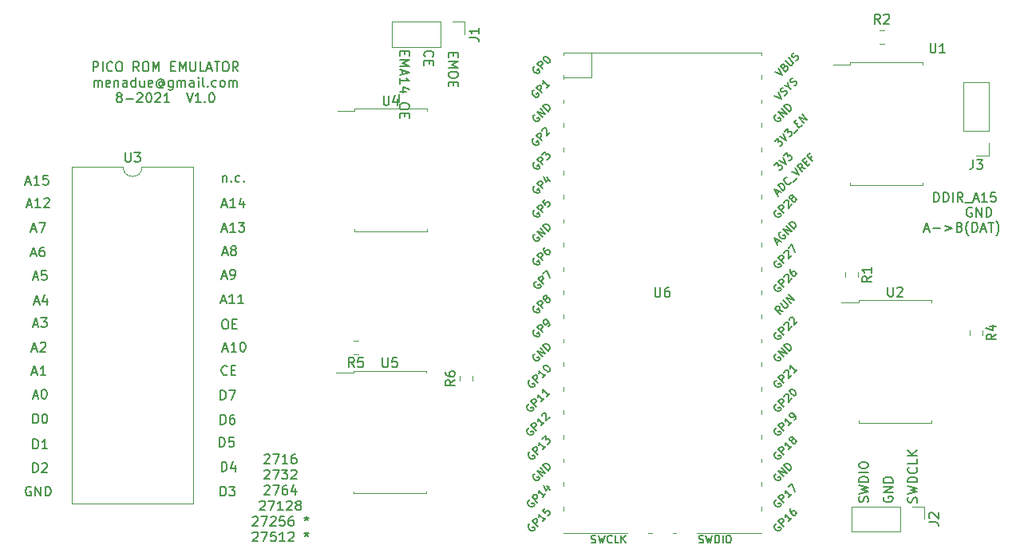
<source format=gbr>
G04 #@! TF.GenerationSoftware,KiCad,Pcbnew,5.1.5+dfsg1-2build2*
G04 #@! TF.CreationDate,2021-08-20T21:12:25+01:00*
G04 #@! TF.ProjectId,pico-rom-emulator-1,7069636f-2d72-46f6-9d2d-656d756c6174,rev?*
G04 #@! TF.SameCoordinates,Original*
G04 #@! TF.FileFunction,Legend,Top*
G04 #@! TF.FilePolarity,Positive*
%FSLAX46Y46*%
G04 Gerber Fmt 4.6, Leading zero omitted, Abs format (unit mm)*
G04 Created by KiCad (PCBNEW 5.1.5+dfsg1-2build2) date 2021-08-20 21:12:25*
%MOMM*%
%LPD*%
G04 APERTURE LIST*
%ADD10C,0.150000*%
%ADD11C,0.120000*%
G04 APERTURE END LIST*
D10*
X251247619Y-90866666D02*
X251723809Y-90866666D01*
X251152380Y-91152380D02*
X251485714Y-90152380D01*
X251819047Y-91152380D01*
X252152380Y-90771428D02*
X252914285Y-90771428D01*
X253390476Y-90485714D02*
X254152380Y-90771428D01*
X253390476Y-91057142D01*
X254961904Y-90628571D02*
X255104761Y-90676190D01*
X255152380Y-90723809D01*
X255200000Y-90819047D01*
X255200000Y-90961904D01*
X255152380Y-91057142D01*
X255104761Y-91104761D01*
X255009523Y-91152380D01*
X254628571Y-91152380D01*
X254628571Y-90152380D01*
X254961904Y-90152380D01*
X255057142Y-90200000D01*
X255104761Y-90247619D01*
X255152380Y-90342857D01*
X255152380Y-90438095D01*
X255104761Y-90533333D01*
X255057142Y-90580952D01*
X254961904Y-90628571D01*
X254628571Y-90628571D01*
X255914285Y-91533333D02*
X255866666Y-91485714D01*
X255771428Y-91342857D01*
X255723809Y-91247619D01*
X255676190Y-91104761D01*
X255628571Y-90866666D01*
X255628571Y-90676190D01*
X255676190Y-90438095D01*
X255723809Y-90295238D01*
X255771428Y-90200000D01*
X255866666Y-90057142D01*
X255914285Y-90009523D01*
X256295238Y-91152380D02*
X256295238Y-90152380D01*
X256533333Y-90152380D01*
X256676190Y-90200000D01*
X256771428Y-90295238D01*
X256819047Y-90390476D01*
X256866666Y-90580952D01*
X256866666Y-90723809D01*
X256819047Y-90914285D01*
X256771428Y-91009523D01*
X256676190Y-91104761D01*
X256533333Y-91152380D01*
X256295238Y-91152380D01*
X257247619Y-90866666D02*
X257723809Y-90866666D01*
X257152380Y-91152380D02*
X257485714Y-90152380D01*
X257819047Y-91152380D01*
X258009523Y-90152380D02*
X258580952Y-90152380D01*
X258295238Y-91152380D02*
X258295238Y-90152380D01*
X258819047Y-91533333D02*
X258866666Y-91485714D01*
X258961904Y-91342857D01*
X259009523Y-91247619D01*
X259057142Y-91104761D01*
X259104761Y-90866666D01*
X259104761Y-90676190D01*
X259057142Y-90438095D01*
X259009523Y-90295238D01*
X258961904Y-90200000D01*
X258866666Y-90057142D01*
X258819047Y-90009523D01*
X256238095Y-88600000D02*
X256142857Y-88552380D01*
X256000000Y-88552380D01*
X255857142Y-88600000D01*
X255761904Y-88695238D01*
X255714285Y-88790476D01*
X255666666Y-88980952D01*
X255666666Y-89123809D01*
X255714285Y-89314285D01*
X255761904Y-89409523D01*
X255857142Y-89504761D01*
X256000000Y-89552380D01*
X256095238Y-89552380D01*
X256238095Y-89504761D01*
X256285714Y-89457142D01*
X256285714Y-89123809D01*
X256095238Y-89123809D01*
X256714285Y-89552380D02*
X256714285Y-88552380D01*
X257285714Y-89552380D01*
X257285714Y-88552380D01*
X257761904Y-89552380D02*
X257761904Y-88552380D01*
X258000000Y-88552380D01*
X258142857Y-88600000D01*
X258238095Y-88695238D01*
X258285714Y-88790476D01*
X258333333Y-88980952D01*
X258333333Y-89123809D01*
X258285714Y-89314285D01*
X258238095Y-89409523D01*
X258142857Y-89504761D01*
X258000000Y-89552380D01*
X257761904Y-89552380D01*
X252238095Y-87952380D02*
X252238095Y-86952380D01*
X252476190Y-86952380D01*
X252619047Y-87000000D01*
X252714285Y-87095238D01*
X252761904Y-87190476D01*
X252809523Y-87380952D01*
X252809523Y-87523809D01*
X252761904Y-87714285D01*
X252714285Y-87809523D01*
X252619047Y-87904761D01*
X252476190Y-87952380D01*
X252238095Y-87952380D01*
X253238095Y-87952380D02*
X253238095Y-86952380D01*
X253476190Y-86952380D01*
X253619047Y-87000000D01*
X253714285Y-87095238D01*
X253761904Y-87190476D01*
X253809523Y-87380952D01*
X253809523Y-87523809D01*
X253761904Y-87714285D01*
X253714285Y-87809523D01*
X253619047Y-87904761D01*
X253476190Y-87952380D01*
X253238095Y-87952380D01*
X254238095Y-87952380D02*
X254238095Y-86952380D01*
X255285714Y-87952380D02*
X254952380Y-87476190D01*
X254714285Y-87952380D02*
X254714285Y-86952380D01*
X255095238Y-86952380D01*
X255190476Y-87000000D01*
X255238095Y-87047619D01*
X255285714Y-87142857D01*
X255285714Y-87285714D01*
X255238095Y-87380952D01*
X255190476Y-87428571D01*
X255095238Y-87476190D01*
X254714285Y-87476190D01*
X255476190Y-88047619D02*
X256238095Y-88047619D01*
X256428571Y-87666666D02*
X256904761Y-87666666D01*
X256333333Y-87952380D02*
X256666666Y-86952380D01*
X257000000Y-87952380D01*
X257857142Y-87952380D02*
X257285714Y-87952380D01*
X257571428Y-87952380D02*
X257571428Y-86952380D01*
X257476190Y-87095238D01*
X257380952Y-87190476D01*
X257285714Y-87238095D01*
X258761904Y-86952380D02*
X258285714Y-86952380D01*
X258238095Y-87428571D01*
X258285714Y-87380952D01*
X258380952Y-87333333D01*
X258619047Y-87333333D01*
X258714285Y-87380952D01*
X258761904Y-87428571D01*
X258809523Y-87523809D01*
X258809523Y-87761904D01*
X258761904Y-87857142D01*
X258714285Y-87904761D01*
X258619047Y-87952380D01*
X258380952Y-87952380D01*
X258285714Y-87904761D01*
X258238095Y-87857142D01*
X176780952Y-85185714D02*
X176780952Y-85852380D01*
X176780952Y-85280952D02*
X176828571Y-85233333D01*
X176923809Y-85185714D01*
X177066666Y-85185714D01*
X177161904Y-85233333D01*
X177209523Y-85328571D01*
X177209523Y-85852380D01*
X177685714Y-85757142D02*
X177733333Y-85804761D01*
X177685714Y-85852380D01*
X177638095Y-85804761D01*
X177685714Y-85757142D01*
X177685714Y-85852380D01*
X178590476Y-85804761D02*
X178495238Y-85852380D01*
X178304761Y-85852380D01*
X178209523Y-85804761D01*
X178161904Y-85757142D01*
X178114285Y-85661904D01*
X178114285Y-85376190D01*
X178161904Y-85280952D01*
X178209523Y-85233333D01*
X178304761Y-85185714D01*
X178495238Y-85185714D01*
X178590476Y-85233333D01*
X179019047Y-85757142D02*
X179066666Y-85804761D01*
X179019047Y-85852380D01*
X178971428Y-85804761D01*
X179019047Y-85757142D01*
X179019047Y-85852380D01*
X176709523Y-88266666D02*
X177185714Y-88266666D01*
X176614285Y-88552380D02*
X176947619Y-87552380D01*
X177280952Y-88552380D01*
X178138095Y-88552380D02*
X177566666Y-88552380D01*
X177852380Y-88552380D02*
X177852380Y-87552380D01*
X177757142Y-87695238D01*
X177661904Y-87790476D01*
X177566666Y-87838095D01*
X178995238Y-87885714D02*
X178995238Y-88552380D01*
X178757142Y-87504761D02*
X178519047Y-88219047D01*
X179138095Y-88219047D01*
X176709523Y-90866666D02*
X177185714Y-90866666D01*
X176614285Y-91152380D02*
X176947619Y-90152380D01*
X177280952Y-91152380D01*
X178138095Y-91152380D02*
X177566666Y-91152380D01*
X177852380Y-91152380D02*
X177852380Y-90152380D01*
X177757142Y-90295238D01*
X177661904Y-90390476D01*
X177566666Y-90438095D01*
X178471428Y-90152380D02*
X179090476Y-90152380D01*
X178757142Y-90533333D01*
X178900000Y-90533333D01*
X178995238Y-90580952D01*
X179042857Y-90628571D01*
X179090476Y-90723809D01*
X179090476Y-90961904D01*
X179042857Y-91057142D01*
X178995238Y-91104761D01*
X178900000Y-91152380D01*
X178614285Y-91152380D01*
X178519047Y-91104761D01*
X178471428Y-91057142D01*
X176785714Y-93366666D02*
X177261904Y-93366666D01*
X176690476Y-93652380D02*
X177023809Y-92652380D01*
X177357142Y-93652380D01*
X177833333Y-93080952D02*
X177738095Y-93033333D01*
X177690476Y-92985714D01*
X177642857Y-92890476D01*
X177642857Y-92842857D01*
X177690476Y-92747619D01*
X177738095Y-92700000D01*
X177833333Y-92652380D01*
X178023809Y-92652380D01*
X178119047Y-92700000D01*
X178166666Y-92747619D01*
X178214285Y-92842857D01*
X178214285Y-92890476D01*
X178166666Y-92985714D01*
X178119047Y-93033333D01*
X178023809Y-93080952D01*
X177833333Y-93080952D01*
X177738095Y-93128571D01*
X177690476Y-93176190D01*
X177642857Y-93271428D01*
X177642857Y-93461904D01*
X177690476Y-93557142D01*
X177738095Y-93604761D01*
X177833333Y-93652380D01*
X178023809Y-93652380D01*
X178119047Y-93604761D01*
X178166666Y-93557142D01*
X178214285Y-93461904D01*
X178214285Y-93271428D01*
X178166666Y-93176190D01*
X178119047Y-93128571D01*
X178023809Y-93080952D01*
X176685714Y-95866666D02*
X177161904Y-95866666D01*
X176590476Y-96152380D02*
X176923809Y-95152380D01*
X177257142Y-96152380D01*
X177638095Y-96152380D02*
X177828571Y-96152380D01*
X177923809Y-96104761D01*
X177971428Y-96057142D01*
X178066666Y-95914285D01*
X178114285Y-95723809D01*
X178114285Y-95342857D01*
X178066666Y-95247619D01*
X178019047Y-95200000D01*
X177923809Y-95152380D01*
X177733333Y-95152380D01*
X177638095Y-95200000D01*
X177590476Y-95247619D01*
X177542857Y-95342857D01*
X177542857Y-95580952D01*
X177590476Y-95676190D01*
X177638095Y-95723809D01*
X177733333Y-95771428D01*
X177923809Y-95771428D01*
X178019047Y-95723809D01*
X178066666Y-95676190D01*
X178114285Y-95580952D01*
X176609523Y-98466666D02*
X177085714Y-98466666D01*
X176514285Y-98752380D02*
X176847619Y-97752380D01*
X177180952Y-98752380D01*
X178038095Y-98752380D02*
X177466666Y-98752380D01*
X177752380Y-98752380D02*
X177752380Y-97752380D01*
X177657142Y-97895238D01*
X177561904Y-97990476D01*
X177466666Y-98038095D01*
X178990476Y-98752380D02*
X178419047Y-98752380D01*
X178704761Y-98752380D02*
X178704761Y-97752380D01*
X178609523Y-97895238D01*
X178514285Y-97990476D01*
X178419047Y-98038095D01*
X176952380Y-100452380D02*
X177142857Y-100452380D01*
X177238095Y-100500000D01*
X177333333Y-100595238D01*
X177380952Y-100785714D01*
X177380952Y-101119047D01*
X177333333Y-101309523D01*
X177238095Y-101404761D01*
X177142857Y-101452380D01*
X176952380Y-101452380D01*
X176857142Y-101404761D01*
X176761904Y-101309523D01*
X176714285Y-101119047D01*
X176714285Y-100785714D01*
X176761904Y-100595238D01*
X176857142Y-100500000D01*
X176952380Y-100452380D01*
X177809523Y-100928571D02*
X178142857Y-100928571D01*
X178285714Y-101452380D02*
X177809523Y-101452380D01*
X177809523Y-100452380D01*
X178285714Y-100452380D01*
X176809523Y-103566666D02*
X177285714Y-103566666D01*
X176714285Y-103852380D02*
X177047619Y-102852380D01*
X177380952Y-103852380D01*
X178238095Y-103852380D02*
X177666666Y-103852380D01*
X177952380Y-103852380D02*
X177952380Y-102852380D01*
X177857142Y-102995238D01*
X177761904Y-103090476D01*
X177666666Y-103138095D01*
X178857142Y-102852380D02*
X178952380Y-102852380D01*
X179047619Y-102900000D01*
X179095238Y-102947619D01*
X179142857Y-103042857D01*
X179190476Y-103233333D01*
X179190476Y-103471428D01*
X179142857Y-103661904D01*
X179095238Y-103757142D01*
X179047619Y-103804761D01*
X178952380Y-103852380D01*
X178857142Y-103852380D01*
X178761904Y-103804761D01*
X178714285Y-103757142D01*
X178666666Y-103661904D01*
X178619047Y-103471428D01*
X178619047Y-103233333D01*
X178666666Y-103042857D01*
X178714285Y-102947619D01*
X178761904Y-102900000D01*
X178857142Y-102852380D01*
X177257142Y-106257142D02*
X177209523Y-106304761D01*
X177066666Y-106352380D01*
X176971428Y-106352380D01*
X176828571Y-106304761D01*
X176733333Y-106209523D01*
X176685714Y-106114285D01*
X176638095Y-105923809D01*
X176638095Y-105780952D01*
X176685714Y-105590476D01*
X176733333Y-105495238D01*
X176828571Y-105400000D01*
X176971428Y-105352380D01*
X177066666Y-105352380D01*
X177209523Y-105400000D01*
X177257142Y-105447619D01*
X177685714Y-105828571D02*
X178019047Y-105828571D01*
X178161904Y-106352380D02*
X177685714Y-106352380D01*
X177685714Y-105352380D01*
X178161904Y-105352380D01*
X176561904Y-108952380D02*
X176561904Y-107952380D01*
X176800000Y-107952380D01*
X176942857Y-108000000D01*
X177038095Y-108095238D01*
X177085714Y-108190476D01*
X177133333Y-108380952D01*
X177133333Y-108523809D01*
X177085714Y-108714285D01*
X177038095Y-108809523D01*
X176942857Y-108904761D01*
X176800000Y-108952380D01*
X176561904Y-108952380D01*
X177466666Y-107952380D02*
X178133333Y-107952380D01*
X177704761Y-108952380D01*
X176561904Y-111552380D02*
X176561904Y-110552380D01*
X176800000Y-110552380D01*
X176942857Y-110600000D01*
X177038095Y-110695238D01*
X177085714Y-110790476D01*
X177133333Y-110980952D01*
X177133333Y-111123809D01*
X177085714Y-111314285D01*
X177038095Y-111409523D01*
X176942857Y-111504761D01*
X176800000Y-111552380D01*
X176561904Y-111552380D01*
X177990476Y-110552380D02*
X177800000Y-110552380D01*
X177704761Y-110600000D01*
X177657142Y-110647619D01*
X177561904Y-110790476D01*
X177514285Y-110980952D01*
X177514285Y-111361904D01*
X177561904Y-111457142D01*
X177609523Y-111504761D01*
X177704761Y-111552380D01*
X177895238Y-111552380D01*
X177990476Y-111504761D01*
X178038095Y-111457142D01*
X178085714Y-111361904D01*
X178085714Y-111123809D01*
X178038095Y-111028571D01*
X177990476Y-110980952D01*
X177895238Y-110933333D01*
X177704761Y-110933333D01*
X177609523Y-110980952D01*
X177561904Y-111028571D01*
X177514285Y-111123809D01*
X176461904Y-113952380D02*
X176461904Y-112952380D01*
X176700000Y-112952380D01*
X176842857Y-113000000D01*
X176938095Y-113095238D01*
X176985714Y-113190476D01*
X177033333Y-113380952D01*
X177033333Y-113523809D01*
X176985714Y-113714285D01*
X176938095Y-113809523D01*
X176842857Y-113904761D01*
X176700000Y-113952380D01*
X176461904Y-113952380D01*
X177938095Y-112952380D02*
X177461904Y-112952380D01*
X177414285Y-113428571D01*
X177461904Y-113380952D01*
X177557142Y-113333333D01*
X177795238Y-113333333D01*
X177890476Y-113380952D01*
X177938095Y-113428571D01*
X177985714Y-113523809D01*
X177985714Y-113761904D01*
X177938095Y-113857142D01*
X177890476Y-113904761D01*
X177795238Y-113952380D01*
X177557142Y-113952380D01*
X177461904Y-113904761D01*
X177414285Y-113857142D01*
X176661904Y-116552380D02*
X176661904Y-115552380D01*
X176900000Y-115552380D01*
X177042857Y-115600000D01*
X177138095Y-115695238D01*
X177185714Y-115790476D01*
X177233333Y-115980952D01*
X177233333Y-116123809D01*
X177185714Y-116314285D01*
X177138095Y-116409523D01*
X177042857Y-116504761D01*
X176900000Y-116552380D01*
X176661904Y-116552380D01*
X178090476Y-115885714D02*
X178090476Y-116552380D01*
X177852380Y-115504761D02*
X177614285Y-116219047D01*
X178233333Y-116219047D01*
X176561904Y-119152380D02*
X176561904Y-118152380D01*
X176800000Y-118152380D01*
X176942857Y-118200000D01*
X177038095Y-118295238D01*
X177085714Y-118390476D01*
X177133333Y-118580952D01*
X177133333Y-118723809D01*
X177085714Y-118914285D01*
X177038095Y-119009523D01*
X176942857Y-119104761D01*
X176800000Y-119152380D01*
X176561904Y-119152380D01*
X177466666Y-118152380D02*
X178085714Y-118152380D01*
X177752380Y-118533333D01*
X177895238Y-118533333D01*
X177990476Y-118580952D01*
X178038095Y-118628571D01*
X178085714Y-118723809D01*
X178085714Y-118961904D01*
X178038095Y-119057142D01*
X177990476Y-119104761D01*
X177895238Y-119152380D01*
X177609523Y-119152380D01*
X177514285Y-119104761D01*
X177466666Y-119057142D01*
X156438095Y-118200000D02*
X156342857Y-118152380D01*
X156200000Y-118152380D01*
X156057142Y-118200000D01*
X155961904Y-118295238D01*
X155914285Y-118390476D01*
X155866666Y-118580952D01*
X155866666Y-118723809D01*
X155914285Y-118914285D01*
X155961904Y-119009523D01*
X156057142Y-119104761D01*
X156200000Y-119152380D01*
X156295238Y-119152380D01*
X156438095Y-119104761D01*
X156485714Y-119057142D01*
X156485714Y-118723809D01*
X156295238Y-118723809D01*
X156914285Y-119152380D02*
X156914285Y-118152380D01*
X157485714Y-119152380D01*
X157485714Y-118152380D01*
X157961904Y-119152380D02*
X157961904Y-118152380D01*
X158200000Y-118152380D01*
X158342857Y-118200000D01*
X158438095Y-118295238D01*
X158485714Y-118390476D01*
X158533333Y-118580952D01*
X158533333Y-118723809D01*
X158485714Y-118914285D01*
X158438095Y-119009523D01*
X158342857Y-119104761D01*
X158200000Y-119152380D01*
X157961904Y-119152380D01*
X156661904Y-116652380D02*
X156661904Y-115652380D01*
X156900000Y-115652380D01*
X157042857Y-115700000D01*
X157138095Y-115795238D01*
X157185714Y-115890476D01*
X157233333Y-116080952D01*
X157233333Y-116223809D01*
X157185714Y-116414285D01*
X157138095Y-116509523D01*
X157042857Y-116604761D01*
X156900000Y-116652380D01*
X156661904Y-116652380D01*
X157614285Y-115747619D02*
X157661904Y-115700000D01*
X157757142Y-115652380D01*
X157995238Y-115652380D01*
X158090476Y-115700000D01*
X158138095Y-115747619D01*
X158185714Y-115842857D01*
X158185714Y-115938095D01*
X158138095Y-116080952D01*
X157566666Y-116652380D01*
X158185714Y-116652380D01*
X156661904Y-114152380D02*
X156661904Y-113152380D01*
X156900000Y-113152380D01*
X157042857Y-113200000D01*
X157138095Y-113295238D01*
X157185714Y-113390476D01*
X157233333Y-113580952D01*
X157233333Y-113723809D01*
X157185714Y-113914285D01*
X157138095Y-114009523D01*
X157042857Y-114104761D01*
X156900000Y-114152380D01*
X156661904Y-114152380D01*
X158185714Y-114152380D02*
X157614285Y-114152380D01*
X157900000Y-114152380D02*
X157900000Y-113152380D01*
X157804761Y-113295238D01*
X157709523Y-113390476D01*
X157614285Y-113438095D01*
X156661904Y-111452380D02*
X156661904Y-110452380D01*
X156900000Y-110452380D01*
X157042857Y-110500000D01*
X157138095Y-110595238D01*
X157185714Y-110690476D01*
X157233333Y-110880952D01*
X157233333Y-111023809D01*
X157185714Y-111214285D01*
X157138095Y-111309523D01*
X157042857Y-111404761D01*
X156900000Y-111452380D01*
X156661904Y-111452380D01*
X157852380Y-110452380D02*
X157947619Y-110452380D01*
X158042857Y-110500000D01*
X158090476Y-110547619D01*
X158138095Y-110642857D01*
X158185714Y-110833333D01*
X158185714Y-111071428D01*
X158138095Y-111261904D01*
X158090476Y-111357142D01*
X158042857Y-111404761D01*
X157947619Y-111452380D01*
X157852380Y-111452380D01*
X157757142Y-111404761D01*
X157709523Y-111357142D01*
X157661904Y-111261904D01*
X157614285Y-111071428D01*
X157614285Y-110833333D01*
X157661904Y-110642857D01*
X157709523Y-110547619D01*
X157757142Y-110500000D01*
X157852380Y-110452380D01*
X155909523Y-85866666D02*
X156385714Y-85866666D01*
X155814285Y-86152380D02*
X156147619Y-85152380D01*
X156480952Y-86152380D01*
X157338095Y-86152380D02*
X156766666Y-86152380D01*
X157052380Y-86152380D02*
X157052380Y-85152380D01*
X156957142Y-85295238D01*
X156861904Y-85390476D01*
X156766666Y-85438095D01*
X158242857Y-85152380D02*
X157766666Y-85152380D01*
X157719047Y-85628571D01*
X157766666Y-85580952D01*
X157861904Y-85533333D01*
X158100000Y-85533333D01*
X158195238Y-85580952D01*
X158242857Y-85628571D01*
X158290476Y-85723809D01*
X158290476Y-85961904D01*
X158242857Y-86057142D01*
X158195238Y-86104761D01*
X158100000Y-86152380D01*
X157861904Y-86152380D01*
X157766666Y-86104761D01*
X157719047Y-86057142D01*
X156009523Y-88266666D02*
X156485714Y-88266666D01*
X155914285Y-88552380D02*
X156247619Y-87552380D01*
X156580952Y-88552380D01*
X157438095Y-88552380D02*
X156866666Y-88552380D01*
X157152380Y-88552380D02*
X157152380Y-87552380D01*
X157057142Y-87695238D01*
X156961904Y-87790476D01*
X156866666Y-87838095D01*
X157819047Y-87647619D02*
X157866666Y-87600000D01*
X157961904Y-87552380D01*
X158200000Y-87552380D01*
X158295238Y-87600000D01*
X158342857Y-87647619D01*
X158390476Y-87742857D01*
X158390476Y-87838095D01*
X158342857Y-87980952D01*
X157771428Y-88552380D01*
X158390476Y-88552380D01*
X156485714Y-90866666D02*
X156961904Y-90866666D01*
X156390476Y-91152380D02*
X156723809Y-90152380D01*
X157057142Y-91152380D01*
X157295238Y-90152380D02*
X157961904Y-90152380D01*
X157533333Y-91152380D01*
X181185714Y-114822619D02*
X181233333Y-114775000D01*
X181328571Y-114727380D01*
X181566666Y-114727380D01*
X181661904Y-114775000D01*
X181709523Y-114822619D01*
X181757142Y-114917857D01*
X181757142Y-115013095D01*
X181709523Y-115155952D01*
X181138095Y-115727380D01*
X181757142Y-115727380D01*
X182090476Y-114727380D02*
X182757142Y-114727380D01*
X182328571Y-115727380D01*
X183661904Y-115727380D02*
X183090476Y-115727380D01*
X183376190Y-115727380D02*
X183376190Y-114727380D01*
X183280952Y-114870238D01*
X183185714Y-114965476D01*
X183090476Y-115013095D01*
X184519047Y-114727380D02*
X184328571Y-114727380D01*
X184233333Y-114775000D01*
X184185714Y-114822619D01*
X184090476Y-114965476D01*
X184042857Y-115155952D01*
X184042857Y-115536904D01*
X184090476Y-115632142D01*
X184138095Y-115679761D01*
X184233333Y-115727380D01*
X184423809Y-115727380D01*
X184519047Y-115679761D01*
X184566666Y-115632142D01*
X184614285Y-115536904D01*
X184614285Y-115298809D01*
X184566666Y-115203571D01*
X184519047Y-115155952D01*
X184423809Y-115108333D01*
X184233333Y-115108333D01*
X184138095Y-115155952D01*
X184090476Y-115203571D01*
X184042857Y-115298809D01*
X181185714Y-116472619D02*
X181233333Y-116425000D01*
X181328571Y-116377380D01*
X181566666Y-116377380D01*
X181661904Y-116425000D01*
X181709523Y-116472619D01*
X181757142Y-116567857D01*
X181757142Y-116663095D01*
X181709523Y-116805952D01*
X181138095Y-117377380D01*
X181757142Y-117377380D01*
X182090476Y-116377380D02*
X182757142Y-116377380D01*
X182328571Y-117377380D01*
X183042857Y-116377380D02*
X183661904Y-116377380D01*
X183328571Y-116758333D01*
X183471428Y-116758333D01*
X183566666Y-116805952D01*
X183614285Y-116853571D01*
X183661904Y-116948809D01*
X183661904Y-117186904D01*
X183614285Y-117282142D01*
X183566666Y-117329761D01*
X183471428Y-117377380D01*
X183185714Y-117377380D01*
X183090476Y-117329761D01*
X183042857Y-117282142D01*
X184042857Y-116472619D02*
X184090476Y-116425000D01*
X184185714Y-116377380D01*
X184423809Y-116377380D01*
X184519047Y-116425000D01*
X184566666Y-116472619D01*
X184614285Y-116567857D01*
X184614285Y-116663095D01*
X184566666Y-116805952D01*
X183995238Y-117377380D01*
X184614285Y-117377380D01*
X181185714Y-118122619D02*
X181233333Y-118075000D01*
X181328571Y-118027380D01*
X181566666Y-118027380D01*
X181661904Y-118075000D01*
X181709523Y-118122619D01*
X181757142Y-118217857D01*
X181757142Y-118313095D01*
X181709523Y-118455952D01*
X181138095Y-119027380D01*
X181757142Y-119027380D01*
X182090476Y-118027380D02*
X182757142Y-118027380D01*
X182328571Y-119027380D01*
X183566666Y-118027380D02*
X183376190Y-118027380D01*
X183280952Y-118075000D01*
X183233333Y-118122619D01*
X183138095Y-118265476D01*
X183090476Y-118455952D01*
X183090476Y-118836904D01*
X183138095Y-118932142D01*
X183185714Y-118979761D01*
X183280952Y-119027380D01*
X183471428Y-119027380D01*
X183566666Y-118979761D01*
X183614285Y-118932142D01*
X183661904Y-118836904D01*
X183661904Y-118598809D01*
X183614285Y-118503571D01*
X183566666Y-118455952D01*
X183471428Y-118408333D01*
X183280952Y-118408333D01*
X183185714Y-118455952D01*
X183138095Y-118503571D01*
X183090476Y-118598809D01*
X184519047Y-118360714D02*
X184519047Y-119027380D01*
X184280952Y-117979761D02*
X184042857Y-118694047D01*
X184661904Y-118694047D01*
X180709523Y-119772619D02*
X180757142Y-119725000D01*
X180852380Y-119677380D01*
X181090476Y-119677380D01*
X181185714Y-119725000D01*
X181233333Y-119772619D01*
X181280952Y-119867857D01*
X181280952Y-119963095D01*
X181233333Y-120105952D01*
X180661904Y-120677380D01*
X181280952Y-120677380D01*
X181614285Y-119677380D02*
X182280952Y-119677380D01*
X181852380Y-120677380D01*
X183185714Y-120677380D02*
X182614285Y-120677380D01*
X182900000Y-120677380D02*
X182900000Y-119677380D01*
X182804761Y-119820238D01*
X182709523Y-119915476D01*
X182614285Y-119963095D01*
X183566666Y-119772619D02*
X183614285Y-119725000D01*
X183709523Y-119677380D01*
X183947619Y-119677380D01*
X184042857Y-119725000D01*
X184090476Y-119772619D01*
X184138095Y-119867857D01*
X184138095Y-119963095D01*
X184090476Y-120105952D01*
X183519047Y-120677380D01*
X184138095Y-120677380D01*
X184709523Y-120105952D02*
X184614285Y-120058333D01*
X184566666Y-120010714D01*
X184519047Y-119915476D01*
X184519047Y-119867857D01*
X184566666Y-119772619D01*
X184614285Y-119725000D01*
X184709523Y-119677380D01*
X184900000Y-119677380D01*
X184995238Y-119725000D01*
X185042857Y-119772619D01*
X185090476Y-119867857D01*
X185090476Y-119915476D01*
X185042857Y-120010714D01*
X184995238Y-120058333D01*
X184900000Y-120105952D01*
X184709523Y-120105952D01*
X184614285Y-120153571D01*
X184566666Y-120201190D01*
X184519047Y-120296428D01*
X184519047Y-120486904D01*
X184566666Y-120582142D01*
X184614285Y-120629761D01*
X184709523Y-120677380D01*
X184900000Y-120677380D01*
X184995238Y-120629761D01*
X185042857Y-120582142D01*
X185090476Y-120486904D01*
X185090476Y-120296428D01*
X185042857Y-120201190D01*
X184995238Y-120153571D01*
X184900000Y-120105952D01*
X179947619Y-121422619D02*
X179995238Y-121375000D01*
X180090476Y-121327380D01*
X180328571Y-121327380D01*
X180423809Y-121375000D01*
X180471428Y-121422619D01*
X180519047Y-121517857D01*
X180519047Y-121613095D01*
X180471428Y-121755952D01*
X179900000Y-122327380D01*
X180519047Y-122327380D01*
X180852380Y-121327380D02*
X181519047Y-121327380D01*
X181090476Y-122327380D01*
X181852380Y-121422619D02*
X181900000Y-121375000D01*
X181995238Y-121327380D01*
X182233333Y-121327380D01*
X182328571Y-121375000D01*
X182376190Y-121422619D01*
X182423809Y-121517857D01*
X182423809Y-121613095D01*
X182376190Y-121755952D01*
X181804761Y-122327380D01*
X182423809Y-122327380D01*
X183328571Y-121327380D02*
X182852380Y-121327380D01*
X182804761Y-121803571D01*
X182852380Y-121755952D01*
X182947619Y-121708333D01*
X183185714Y-121708333D01*
X183280952Y-121755952D01*
X183328571Y-121803571D01*
X183376190Y-121898809D01*
X183376190Y-122136904D01*
X183328571Y-122232142D01*
X183280952Y-122279761D01*
X183185714Y-122327380D01*
X182947619Y-122327380D01*
X182852380Y-122279761D01*
X182804761Y-122232142D01*
X184233333Y-121327380D02*
X184042857Y-121327380D01*
X183947619Y-121375000D01*
X183900000Y-121422619D01*
X183804761Y-121565476D01*
X183757142Y-121755952D01*
X183757142Y-122136904D01*
X183804761Y-122232142D01*
X183852380Y-122279761D01*
X183947619Y-122327380D01*
X184138095Y-122327380D01*
X184233333Y-122279761D01*
X184280952Y-122232142D01*
X184328571Y-122136904D01*
X184328571Y-121898809D01*
X184280952Y-121803571D01*
X184233333Y-121755952D01*
X184138095Y-121708333D01*
X183947619Y-121708333D01*
X183852380Y-121755952D01*
X183804761Y-121803571D01*
X183757142Y-121898809D01*
X185661904Y-121327380D02*
X185661904Y-121565476D01*
X185423809Y-121470238D02*
X185661904Y-121565476D01*
X185900000Y-121470238D01*
X185519047Y-121755952D02*
X185661904Y-121565476D01*
X185804761Y-121755952D01*
X179947619Y-123072619D02*
X179995238Y-123025000D01*
X180090476Y-122977380D01*
X180328571Y-122977380D01*
X180423809Y-123025000D01*
X180471428Y-123072619D01*
X180519047Y-123167857D01*
X180519047Y-123263095D01*
X180471428Y-123405952D01*
X179900000Y-123977380D01*
X180519047Y-123977380D01*
X180852380Y-122977380D02*
X181519047Y-122977380D01*
X181090476Y-123977380D01*
X182376190Y-122977380D02*
X181900000Y-122977380D01*
X181852380Y-123453571D01*
X181900000Y-123405952D01*
X181995238Y-123358333D01*
X182233333Y-123358333D01*
X182328571Y-123405952D01*
X182376190Y-123453571D01*
X182423809Y-123548809D01*
X182423809Y-123786904D01*
X182376190Y-123882142D01*
X182328571Y-123929761D01*
X182233333Y-123977380D01*
X181995238Y-123977380D01*
X181900000Y-123929761D01*
X181852380Y-123882142D01*
X183376190Y-123977380D02*
X182804761Y-123977380D01*
X183090476Y-123977380D02*
X183090476Y-122977380D01*
X182995238Y-123120238D01*
X182900000Y-123215476D01*
X182804761Y-123263095D01*
X183757142Y-123072619D02*
X183804761Y-123025000D01*
X183900000Y-122977380D01*
X184138095Y-122977380D01*
X184233333Y-123025000D01*
X184280952Y-123072619D01*
X184328571Y-123167857D01*
X184328571Y-123263095D01*
X184280952Y-123405952D01*
X183709523Y-123977380D01*
X184328571Y-123977380D01*
X185661904Y-122977380D02*
X185661904Y-123215476D01*
X185423809Y-123120238D02*
X185661904Y-123215476D01*
X185900000Y-123120238D01*
X185519047Y-123405952D02*
X185661904Y-123215476D01*
X185804761Y-123405952D01*
X156485714Y-93466666D02*
X156961904Y-93466666D01*
X156390476Y-93752380D02*
X156723809Y-92752380D01*
X157057142Y-93752380D01*
X157819047Y-92752380D02*
X157628571Y-92752380D01*
X157533333Y-92800000D01*
X157485714Y-92847619D01*
X157390476Y-92990476D01*
X157342857Y-93180952D01*
X157342857Y-93561904D01*
X157390476Y-93657142D01*
X157438095Y-93704761D01*
X157533333Y-93752380D01*
X157723809Y-93752380D01*
X157819047Y-93704761D01*
X157866666Y-93657142D01*
X157914285Y-93561904D01*
X157914285Y-93323809D01*
X157866666Y-93228571D01*
X157819047Y-93180952D01*
X157723809Y-93133333D01*
X157533333Y-93133333D01*
X157438095Y-93180952D01*
X157390476Y-93228571D01*
X157342857Y-93323809D01*
X156685714Y-95966666D02*
X157161904Y-95966666D01*
X156590476Y-96252380D02*
X156923809Y-95252380D01*
X157257142Y-96252380D01*
X158066666Y-95252380D02*
X157590476Y-95252380D01*
X157542857Y-95728571D01*
X157590476Y-95680952D01*
X157685714Y-95633333D01*
X157923809Y-95633333D01*
X158019047Y-95680952D01*
X158066666Y-95728571D01*
X158114285Y-95823809D01*
X158114285Y-96061904D01*
X158066666Y-96157142D01*
X158019047Y-96204761D01*
X157923809Y-96252380D01*
X157685714Y-96252380D01*
X157590476Y-96204761D01*
X157542857Y-96157142D01*
X156785714Y-98566666D02*
X157261904Y-98566666D01*
X156690476Y-98852380D02*
X157023809Y-97852380D01*
X157357142Y-98852380D01*
X158119047Y-98185714D02*
X158119047Y-98852380D01*
X157880952Y-97804761D02*
X157642857Y-98519047D01*
X158261904Y-98519047D01*
X156685714Y-100966666D02*
X157161904Y-100966666D01*
X156590476Y-101252380D02*
X156923809Y-100252380D01*
X157257142Y-101252380D01*
X157495238Y-100252380D02*
X158114285Y-100252380D01*
X157780952Y-100633333D01*
X157923809Y-100633333D01*
X158019047Y-100680952D01*
X158066666Y-100728571D01*
X158114285Y-100823809D01*
X158114285Y-101061904D01*
X158066666Y-101157142D01*
X158019047Y-101204761D01*
X157923809Y-101252380D01*
X157638095Y-101252380D01*
X157542857Y-101204761D01*
X157495238Y-101157142D01*
X156585714Y-103566666D02*
X157061904Y-103566666D01*
X156490476Y-103852380D02*
X156823809Y-102852380D01*
X157157142Y-103852380D01*
X157442857Y-102947619D02*
X157490476Y-102900000D01*
X157585714Y-102852380D01*
X157823809Y-102852380D01*
X157919047Y-102900000D01*
X157966666Y-102947619D01*
X158014285Y-103042857D01*
X158014285Y-103138095D01*
X157966666Y-103280952D01*
X157395238Y-103852380D01*
X158014285Y-103852380D01*
X156685714Y-108566666D02*
X157161904Y-108566666D01*
X156590476Y-108852380D02*
X156923809Y-107852380D01*
X157257142Y-108852380D01*
X157780952Y-107852380D02*
X157876190Y-107852380D01*
X157971428Y-107900000D01*
X158019047Y-107947619D01*
X158066666Y-108042857D01*
X158114285Y-108233333D01*
X158114285Y-108471428D01*
X158066666Y-108661904D01*
X158019047Y-108757142D01*
X157971428Y-108804761D01*
X157876190Y-108852380D01*
X157780952Y-108852380D01*
X157685714Y-108804761D01*
X157638095Y-108757142D01*
X157590476Y-108661904D01*
X157542857Y-108471428D01*
X157542857Y-108233333D01*
X157590476Y-108042857D01*
X157638095Y-107947619D01*
X157685714Y-107900000D01*
X157780952Y-107852380D01*
X156585714Y-106066666D02*
X157061904Y-106066666D01*
X156490476Y-106352380D02*
X156823809Y-105352380D01*
X157157142Y-106352380D01*
X158014285Y-106352380D02*
X157442857Y-106352380D01*
X157728571Y-106352380D02*
X157728571Y-105352380D01*
X157633333Y-105495238D01*
X157538095Y-105590476D01*
X157442857Y-105638095D01*
X163033333Y-74102380D02*
X163033333Y-73102380D01*
X163414285Y-73102380D01*
X163509523Y-73150000D01*
X163557142Y-73197619D01*
X163604761Y-73292857D01*
X163604761Y-73435714D01*
X163557142Y-73530952D01*
X163509523Y-73578571D01*
X163414285Y-73626190D01*
X163033333Y-73626190D01*
X164033333Y-74102380D02*
X164033333Y-73102380D01*
X165080952Y-74007142D02*
X165033333Y-74054761D01*
X164890476Y-74102380D01*
X164795238Y-74102380D01*
X164652380Y-74054761D01*
X164557142Y-73959523D01*
X164509523Y-73864285D01*
X164461904Y-73673809D01*
X164461904Y-73530952D01*
X164509523Y-73340476D01*
X164557142Y-73245238D01*
X164652380Y-73150000D01*
X164795238Y-73102380D01*
X164890476Y-73102380D01*
X165033333Y-73150000D01*
X165080952Y-73197619D01*
X165700000Y-73102380D02*
X165890476Y-73102380D01*
X165985714Y-73150000D01*
X166080952Y-73245238D01*
X166128571Y-73435714D01*
X166128571Y-73769047D01*
X166080952Y-73959523D01*
X165985714Y-74054761D01*
X165890476Y-74102380D01*
X165700000Y-74102380D01*
X165604761Y-74054761D01*
X165509523Y-73959523D01*
X165461904Y-73769047D01*
X165461904Y-73435714D01*
X165509523Y-73245238D01*
X165604761Y-73150000D01*
X165700000Y-73102380D01*
X167890476Y-74102380D02*
X167557142Y-73626190D01*
X167319047Y-74102380D02*
X167319047Y-73102380D01*
X167700000Y-73102380D01*
X167795238Y-73150000D01*
X167842857Y-73197619D01*
X167890476Y-73292857D01*
X167890476Y-73435714D01*
X167842857Y-73530952D01*
X167795238Y-73578571D01*
X167700000Y-73626190D01*
X167319047Y-73626190D01*
X168509523Y-73102380D02*
X168700000Y-73102380D01*
X168795238Y-73150000D01*
X168890476Y-73245238D01*
X168938095Y-73435714D01*
X168938095Y-73769047D01*
X168890476Y-73959523D01*
X168795238Y-74054761D01*
X168700000Y-74102380D01*
X168509523Y-74102380D01*
X168414285Y-74054761D01*
X168319047Y-73959523D01*
X168271428Y-73769047D01*
X168271428Y-73435714D01*
X168319047Y-73245238D01*
X168414285Y-73150000D01*
X168509523Y-73102380D01*
X169366666Y-74102380D02*
X169366666Y-73102380D01*
X169700000Y-73816666D01*
X170033333Y-73102380D01*
X170033333Y-74102380D01*
X171271428Y-73578571D02*
X171604761Y-73578571D01*
X171747619Y-74102380D02*
X171271428Y-74102380D01*
X171271428Y-73102380D01*
X171747619Y-73102380D01*
X172176190Y-74102380D02*
X172176190Y-73102380D01*
X172509523Y-73816666D01*
X172842857Y-73102380D01*
X172842857Y-74102380D01*
X173319047Y-73102380D02*
X173319047Y-73911904D01*
X173366666Y-74007142D01*
X173414285Y-74054761D01*
X173509523Y-74102380D01*
X173700000Y-74102380D01*
X173795238Y-74054761D01*
X173842857Y-74007142D01*
X173890476Y-73911904D01*
X173890476Y-73102380D01*
X174842857Y-74102380D02*
X174366666Y-74102380D01*
X174366666Y-73102380D01*
X175128571Y-73816666D02*
X175604761Y-73816666D01*
X175033333Y-74102380D02*
X175366666Y-73102380D01*
X175700000Y-74102380D01*
X175890476Y-73102380D02*
X176461904Y-73102380D01*
X176176190Y-74102380D02*
X176176190Y-73102380D01*
X176985714Y-73102380D02*
X177176190Y-73102380D01*
X177271428Y-73150000D01*
X177366666Y-73245238D01*
X177414285Y-73435714D01*
X177414285Y-73769047D01*
X177366666Y-73959523D01*
X177271428Y-74054761D01*
X177176190Y-74102380D01*
X176985714Y-74102380D01*
X176890476Y-74054761D01*
X176795238Y-73959523D01*
X176747619Y-73769047D01*
X176747619Y-73435714D01*
X176795238Y-73245238D01*
X176890476Y-73150000D01*
X176985714Y-73102380D01*
X178414285Y-74102380D02*
X178080952Y-73626190D01*
X177842857Y-74102380D02*
X177842857Y-73102380D01*
X178223809Y-73102380D01*
X178319047Y-73150000D01*
X178366666Y-73197619D01*
X178414285Y-73292857D01*
X178414285Y-73435714D01*
X178366666Y-73530952D01*
X178319047Y-73578571D01*
X178223809Y-73626190D01*
X177842857Y-73626190D01*
X163104761Y-75752380D02*
X163104761Y-75085714D01*
X163104761Y-75180952D02*
X163152380Y-75133333D01*
X163247619Y-75085714D01*
X163390476Y-75085714D01*
X163485714Y-75133333D01*
X163533333Y-75228571D01*
X163533333Y-75752380D01*
X163533333Y-75228571D02*
X163580952Y-75133333D01*
X163676190Y-75085714D01*
X163819047Y-75085714D01*
X163914285Y-75133333D01*
X163961904Y-75228571D01*
X163961904Y-75752380D01*
X164819047Y-75704761D02*
X164723809Y-75752380D01*
X164533333Y-75752380D01*
X164438095Y-75704761D01*
X164390476Y-75609523D01*
X164390476Y-75228571D01*
X164438095Y-75133333D01*
X164533333Y-75085714D01*
X164723809Y-75085714D01*
X164819047Y-75133333D01*
X164866666Y-75228571D01*
X164866666Y-75323809D01*
X164390476Y-75419047D01*
X165295238Y-75085714D02*
X165295238Y-75752380D01*
X165295238Y-75180952D02*
X165342857Y-75133333D01*
X165438095Y-75085714D01*
X165580952Y-75085714D01*
X165676190Y-75133333D01*
X165723809Y-75228571D01*
X165723809Y-75752380D01*
X166628571Y-75752380D02*
X166628571Y-75228571D01*
X166580952Y-75133333D01*
X166485714Y-75085714D01*
X166295238Y-75085714D01*
X166200000Y-75133333D01*
X166628571Y-75704761D02*
X166533333Y-75752380D01*
X166295238Y-75752380D01*
X166200000Y-75704761D01*
X166152380Y-75609523D01*
X166152380Y-75514285D01*
X166200000Y-75419047D01*
X166295238Y-75371428D01*
X166533333Y-75371428D01*
X166628571Y-75323809D01*
X167533333Y-75752380D02*
X167533333Y-74752380D01*
X167533333Y-75704761D02*
X167438095Y-75752380D01*
X167247619Y-75752380D01*
X167152380Y-75704761D01*
X167104761Y-75657142D01*
X167057142Y-75561904D01*
X167057142Y-75276190D01*
X167104761Y-75180952D01*
X167152380Y-75133333D01*
X167247619Y-75085714D01*
X167438095Y-75085714D01*
X167533333Y-75133333D01*
X168438095Y-75085714D02*
X168438095Y-75752380D01*
X168009523Y-75085714D02*
X168009523Y-75609523D01*
X168057142Y-75704761D01*
X168152380Y-75752380D01*
X168295238Y-75752380D01*
X168390476Y-75704761D01*
X168438095Y-75657142D01*
X169295238Y-75704761D02*
X169200000Y-75752380D01*
X169009523Y-75752380D01*
X168914285Y-75704761D01*
X168866666Y-75609523D01*
X168866666Y-75228571D01*
X168914285Y-75133333D01*
X169009523Y-75085714D01*
X169200000Y-75085714D01*
X169295238Y-75133333D01*
X169342857Y-75228571D01*
X169342857Y-75323809D01*
X168866666Y-75419047D01*
X170390476Y-75276190D02*
X170342857Y-75228571D01*
X170247619Y-75180952D01*
X170152380Y-75180952D01*
X170057142Y-75228571D01*
X170009523Y-75276190D01*
X169961904Y-75371428D01*
X169961904Y-75466666D01*
X170009523Y-75561904D01*
X170057142Y-75609523D01*
X170152380Y-75657142D01*
X170247619Y-75657142D01*
X170342857Y-75609523D01*
X170390476Y-75561904D01*
X170390476Y-75180952D02*
X170390476Y-75561904D01*
X170438095Y-75609523D01*
X170485714Y-75609523D01*
X170580952Y-75561904D01*
X170628571Y-75466666D01*
X170628571Y-75228571D01*
X170533333Y-75085714D01*
X170390476Y-74990476D01*
X170200000Y-74942857D01*
X170009523Y-74990476D01*
X169866666Y-75085714D01*
X169771428Y-75228571D01*
X169723809Y-75419047D01*
X169771428Y-75609523D01*
X169866666Y-75752380D01*
X170009523Y-75847619D01*
X170200000Y-75895238D01*
X170390476Y-75847619D01*
X170533333Y-75752380D01*
X171485714Y-75085714D02*
X171485714Y-75895238D01*
X171438095Y-75990476D01*
X171390476Y-76038095D01*
X171295238Y-76085714D01*
X171152380Y-76085714D01*
X171057142Y-76038095D01*
X171485714Y-75704761D02*
X171390476Y-75752380D01*
X171200000Y-75752380D01*
X171104761Y-75704761D01*
X171057142Y-75657142D01*
X171009523Y-75561904D01*
X171009523Y-75276190D01*
X171057142Y-75180952D01*
X171104761Y-75133333D01*
X171200000Y-75085714D01*
X171390476Y-75085714D01*
X171485714Y-75133333D01*
X171961904Y-75752380D02*
X171961904Y-75085714D01*
X171961904Y-75180952D02*
X172009523Y-75133333D01*
X172104761Y-75085714D01*
X172247619Y-75085714D01*
X172342857Y-75133333D01*
X172390476Y-75228571D01*
X172390476Y-75752380D01*
X172390476Y-75228571D02*
X172438095Y-75133333D01*
X172533333Y-75085714D01*
X172676190Y-75085714D01*
X172771428Y-75133333D01*
X172819047Y-75228571D01*
X172819047Y-75752380D01*
X173723809Y-75752380D02*
X173723809Y-75228571D01*
X173676190Y-75133333D01*
X173580952Y-75085714D01*
X173390476Y-75085714D01*
X173295238Y-75133333D01*
X173723809Y-75704761D02*
X173628571Y-75752380D01*
X173390476Y-75752380D01*
X173295238Y-75704761D01*
X173247619Y-75609523D01*
X173247619Y-75514285D01*
X173295238Y-75419047D01*
X173390476Y-75371428D01*
X173628571Y-75371428D01*
X173723809Y-75323809D01*
X174200000Y-75752380D02*
X174200000Y-75085714D01*
X174200000Y-74752380D02*
X174152380Y-74800000D01*
X174200000Y-74847619D01*
X174247619Y-74800000D01*
X174200000Y-74752380D01*
X174200000Y-74847619D01*
X174819047Y-75752380D02*
X174723809Y-75704761D01*
X174676190Y-75609523D01*
X174676190Y-74752380D01*
X175200000Y-75657142D02*
X175247619Y-75704761D01*
X175200000Y-75752380D01*
X175152380Y-75704761D01*
X175200000Y-75657142D01*
X175200000Y-75752380D01*
X176104761Y-75704761D02*
X176009523Y-75752380D01*
X175819047Y-75752380D01*
X175723809Y-75704761D01*
X175676190Y-75657142D01*
X175628571Y-75561904D01*
X175628571Y-75276190D01*
X175676190Y-75180952D01*
X175723809Y-75133333D01*
X175819047Y-75085714D01*
X176009523Y-75085714D01*
X176104761Y-75133333D01*
X176676190Y-75752380D02*
X176580952Y-75704761D01*
X176533333Y-75657142D01*
X176485714Y-75561904D01*
X176485714Y-75276190D01*
X176533333Y-75180952D01*
X176580952Y-75133333D01*
X176676190Y-75085714D01*
X176819047Y-75085714D01*
X176914285Y-75133333D01*
X176961904Y-75180952D01*
X177009523Y-75276190D01*
X177009523Y-75561904D01*
X176961904Y-75657142D01*
X176914285Y-75704761D01*
X176819047Y-75752380D01*
X176676190Y-75752380D01*
X177438095Y-75752380D02*
X177438095Y-75085714D01*
X177438095Y-75180952D02*
X177485714Y-75133333D01*
X177580952Y-75085714D01*
X177723809Y-75085714D01*
X177819047Y-75133333D01*
X177866666Y-75228571D01*
X177866666Y-75752380D01*
X177866666Y-75228571D02*
X177914285Y-75133333D01*
X178009523Y-75085714D01*
X178152380Y-75085714D01*
X178247619Y-75133333D01*
X178295238Y-75228571D01*
X178295238Y-75752380D01*
X165700000Y-76830952D02*
X165604761Y-76783333D01*
X165557142Y-76735714D01*
X165509523Y-76640476D01*
X165509523Y-76592857D01*
X165557142Y-76497619D01*
X165604761Y-76450000D01*
X165700000Y-76402380D01*
X165890476Y-76402380D01*
X165985714Y-76450000D01*
X166033333Y-76497619D01*
X166080952Y-76592857D01*
X166080952Y-76640476D01*
X166033333Y-76735714D01*
X165985714Y-76783333D01*
X165890476Y-76830952D01*
X165700000Y-76830952D01*
X165604761Y-76878571D01*
X165557142Y-76926190D01*
X165509523Y-77021428D01*
X165509523Y-77211904D01*
X165557142Y-77307142D01*
X165604761Y-77354761D01*
X165700000Y-77402380D01*
X165890476Y-77402380D01*
X165985714Y-77354761D01*
X166033333Y-77307142D01*
X166080952Y-77211904D01*
X166080952Y-77021428D01*
X166033333Y-76926190D01*
X165985714Y-76878571D01*
X165890476Y-76830952D01*
X166509523Y-77021428D02*
X167271428Y-77021428D01*
X167700000Y-76497619D02*
X167747619Y-76450000D01*
X167842857Y-76402380D01*
X168080952Y-76402380D01*
X168176190Y-76450000D01*
X168223809Y-76497619D01*
X168271428Y-76592857D01*
X168271428Y-76688095D01*
X168223809Y-76830952D01*
X167652380Y-77402380D01*
X168271428Y-77402380D01*
X168890476Y-76402380D02*
X168985714Y-76402380D01*
X169080952Y-76450000D01*
X169128571Y-76497619D01*
X169176190Y-76592857D01*
X169223809Y-76783333D01*
X169223809Y-77021428D01*
X169176190Y-77211904D01*
X169128571Y-77307142D01*
X169080952Y-77354761D01*
X168985714Y-77402380D01*
X168890476Y-77402380D01*
X168795238Y-77354761D01*
X168747619Y-77307142D01*
X168700000Y-77211904D01*
X168652380Y-77021428D01*
X168652380Y-76783333D01*
X168700000Y-76592857D01*
X168747619Y-76497619D01*
X168795238Y-76450000D01*
X168890476Y-76402380D01*
X169604761Y-76497619D02*
X169652380Y-76450000D01*
X169747619Y-76402380D01*
X169985714Y-76402380D01*
X170080952Y-76450000D01*
X170128571Y-76497619D01*
X170176190Y-76592857D01*
X170176190Y-76688095D01*
X170128571Y-76830952D01*
X169557142Y-77402380D01*
X170176190Y-77402380D01*
X171128571Y-77402380D02*
X170557142Y-77402380D01*
X170842857Y-77402380D02*
X170842857Y-76402380D01*
X170747619Y-76545238D01*
X170652380Y-76640476D01*
X170557142Y-76688095D01*
X172938095Y-76402380D02*
X173271428Y-77402380D01*
X173604761Y-76402380D01*
X174461904Y-77402380D02*
X173890476Y-77402380D01*
X174176190Y-77402380D02*
X174176190Y-76402380D01*
X174080952Y-76545238D01*
X173985714Y-76640476D01*
X173890476Y-76688095D01*
X174890476Y-77307142D02*
X174938095Y-77354761D01*
X174890476Y-77402380D01*
X174842857Y-77354761D01*
X174890476Y-77307142D01*
X174890476Y-77402380D01*
X175557142Y-76402380D02*
X175652380Y-76402380D01*
X175747619Y-76450000D01*
X175795238Y-76497619D01*
X175842857Y-76592857D01*
X175890476Y-76783333D01*
X175890476Y-77021428D01*
X175842857Y-77211904D01*
X175795238Y-77307142D01*
X175747619Y-77354761D01*
X175652380Y-77402380D01*
X175557142Y-77402380D01*
X175461904Y-77354761D01*
X175414285Y-77307142D01*
X175366666Y-77211904D01*
X175319047Y-77021428D01*
X175319047Y-76783333D01*
X175366666Y-76592857D01*
X175414285Y-76497619D01*
X175461904Y-76450000D01*
X175557142Y-76402380D01*
X246900000Y-119261904D02*
X246852380Y-119357142D01*
X246852380Y-119500000D01*
X246900000Y-119642857D01*
X246995238Y-119738095D01*
X247090476Y-119785714D01*
X247280952Y-119833333D01*
X247423809Y-119833333D01*
X247614285Y-119785714D01*
X247709523Y-119738095D01*
X247804761Y-119642857D01*
X247852380Y-119500000D01*
X247852380Y-119404761D01*
X247804761Y-119261904D01*
X247757142Y-119214285D01*
X247423809Y-119214285D01*
X247423809Y-119404761D01*
X247852380Y-118785714D02*
X246852380Y-118785714D01*
X247852380Y-118214285D01*
X246852380Y-118214285D01*
X247852380Y-117738095D02*
X246852380Y-117738095D01*
X246852380Y-117500000D01*
X246900000Y-117357142D01*
X246995238Y-117261904D01*
X247090476Y-117214285D01*
X247280952Y-117166666D01*
X247423809Y-117166666D01*
X247614285Y-117214285D01*
X247709523Y-117261904D01*
X247804761Y-117357142D01*
X247852380Y-117500000D01*
X247852380Y-117738095D01*
X250404761Y-119861904D02*
X250452380Y-119719047D01*
X250452380Y-119480952D01*
X250404761Y-119385714D01*
X250357142Y-119338095D01*
X250261904Y-119290476D01*
X250166666Y-119290476D01*
X250071428Y-119338095D01*
X250023809Y-119385714D01*
X249976190Y-119480952D01*
X249928571Y-119671428D01*
X249880952Y-119766666D01*
X249833333Y-119814285D01*
X249738095Y-119861904D01*
X249642857Y-119861904D01*
X249547619Y-119814285D01*
X249500000Y-119766666D01*
X249452380Y-119671428D01*
X249452380Y-119433333D01*
X249500000Y-119290476D01*
X249452380Y-118957142D02*
X250452380Y-118719047D01*
X249738095Y-118528571D01*
X250452380Y-118338095D01*
X249452380Y-118100000D01*
X250452380Y-117719047D02*
X249452380Y-117719047D01*
X249452380Y-117480952D01*
X249500000Y-117338095D01*
X249595238Y-117242857D01*
X249690476Y-117195238D01*
X249880952Y-117147619D01*
X250023809Y-117147619D01*
X250214285Y-117195238D01*
X250309523Y-117242857D01*
X250404761Y-117338095D01*
X250452380Y-117480952D01*
X250452380Y-117719047D01*
X250357142Y-116147619D02*
X250404761Y-116195238D01*
X250452380Y-116338095D01*
X250452380Y-116433333D01*
X250404761Y-116576190D01*
X250309523Y-116671428D01*
X250214285Y-116719047D01*
X250023809Y-116766666D01*
X249880952Y-116766666D01*
X249690476Y-116719047D01*
X249595238Y-116671428D01*
X249500000Y-116576190D01*
X249452380Y-116433333D01*
X249452380Y-116338095D01*
X249500000Y-116195238D01*
X249547619Y-116147619D01*
X250452380Y-115242857D02*
X250452380Y-115719047D01*
X249452380Y-115719047D01*
X250452380Y-114909523D02*
X249452380Y-114909523D01*
X250452380Y-114338095D02*
X249880952Y-114766666D01*
X249452380Y-114338095D02*
X250023809Y-114909523D01*
X245204761Y-119819047D02*
X245252380Y-119676190D01*
X245252380Y-119438095D01*
X245204761Y-119342857D01*
X245157142Y-119295238D01*
X245061904Y-119247619D01*
X244966666Y-119247619D01*
X244871428Y-119295238D01*
X244823809Y-119342857D01*
X244776190Y-119438095D01*
X244728571Y-119628571D01*
X244680952Y-119723809D01*
X244633333Y-119771428D01*
X244538095Y-119819047D01*
X244442857Y-119819047D01*
X244347619Y-119771428D01*
X244300000Y-119723809D01*
X244252380Y-119628571D01*
X244252380Y-119390476D01*
X244300000Y-119247619D01*
X244252380Y-118914285D02*
X245252380Y-118676190D01*
X244538095Y-118485714D01*
X245252380Y-118295238D01*
X244252380Y-118057142D01*
X245252380Y-117676190D02*
X244252380Y-117676190D01*
X244252380Y-117438095D01*
X244300000Y-117295238D01*
X244395238Y-117200000D01*
X244490476Y-117152380D01*
X244680952Y-117104761D01*
X244823809Y-117104761D01*
X245014285Y-117152380D01*
X245109523Y-117200000D01*
X245204761Y-117295238D01*
X245252380Y-117438095D01*
X245252380Y-117676190D01*
X245252380Y-116676190D02*
X244252380Y-116676190D01*
X244252380Y-116009523D02*
X244252380Y-115819047D01*
X244300000Y-115723809D01*
X244395238Y-115628571D01*
X244585714Y-115580952D01*
X244919047Y-115580952D01*
X245109523Y-115628571D01*
X245204761Y-115723809D01*
X245252380Y-115819047D01*
X245252380Y-116009523D01*
X245204761Y-116104761D01*
X245109523Y-116200000D01*
X244919047Y-116247619D01*
X244585714Y-116247619D01*
X244395238Y-116200000D01*
X244300000Y-116104761D01*
X244252380Y-116009523D01*
X198242857Y-72557142D02*
X198195238Y-72509523D01*
X198147619Y-72366666D01*
X198147619Y-72271428D01*
X198195238Y-72128571D01*
X198290476Y-72033333D01*
X198385714Y-71985714D01*
X198576190Y-71938095D01*
X198719047Y-71938095D01*
X198909523Y-71985714D01*
X199004761Y-72033333D01*
X199100000Y-72128571D01*
X199147619Y-72271428D01*
X199147619Y-72366666D01*
X199100000Y-72509523D01*
X199052380Y-72557142D01*
X198671428Y-72985714D02*
X198671428Y-73319047D01*
X198147619Y-73461904D02*
X198147619Y-72985714D01*
X199147619Y-72985714D01*
X199147619Y-73461904D01*
X201271428Y-72138095D02*
X201271428Y-72471428D01*
X200747619Y-72614285D02*
X200747619Y-72138095D01*
X201747619Y-72138095D01*
X201747619Y-72614285D01*
X200747619Y-73042857D02*
X201747619Y-73042857D01*
X201033333Y-73376190D01*
X201747619Y-73709523D01*
X200747619Y-73709523D01*
X201747619Y-74376190D02*
X201747619Y-74566666D01*
X201700000Y-74661904D01*
X201604761Y-74757142D01*
X201414285Y-74804761D01*
X201080952Y-74804761D01*
X200890476Y-74757142D01*
X200795238Y-74661904D01*
X200747619Y-74566666D01*
X200747619Y-74376190D01*
X200795238Y-74280952D01*
X200890476Y-74185714D01*
X201080952Y-74138095D01*
X201414285Y-74138095D01*
X201604761Y-74185714D01*
X201700000Y-74280952D01*
X201747619Y-74376190D01*
X201271428Y-75233333D02*
X201271428Y-75566666D01*
X200747619Y-75709523D02*
X200747619Y-75233333D01*
X201747619Y-75233333D01*
X201747619Y-75709523D01*
X196071428Y-71976190D02*
X196071428Y-72309523D01*
X195547619Y-72452380D02*
X195547619Y-71976190D01*
X196547619Y-71976190D01*
X196547619Y-72452380D01*
X195547619Y-72880952D02*
X196547619Y-72880952D01*
X195833333Y-73214285D01*
X196547619Y-73547619D01*
X195547619Y-73547619D01*
X195833333Y-73976190D02*
X195833333Y-74452380D01*
X195547619Y-73880952D02*
X196547619Y-74214285D01*
X195547619Y-74547619D01*
X195547619Y-75404761D02*
X195547619Y-74833333D01*
X195547619Y-75119047D02*
X196547619Y-75119047D01*
X196404761Y-75023809D01*
X196309523Y-74928571D01*
X196261904Y-74833333D01*
X196214285Y-76261904D02*
X195547619Y-76261904D01*
X196595238Y-76023809D02*
X195880952Y-75785714D01*
X195880952Y-76404761D01*
X195452380Y-76547619D02*
X195452380Y-77309523D01*
X196547619Y-77738095D02*
X196547619Y-77928571D01*
X196500000Y-78023809D01*
X196404761Y-78119047D01*
X196214285Y-78166666D01*
X195880952Y-78166666D01*
X195690476Y-78119047D01*
X195595238Y-78023809D01*
X195547619Y-77928571D01*
X195547619Y-77738095D01*
X195595238Y-77642857D01*
X195690476Y-77547619D01*
X195880952Y-77500000D01*
X196214285Y-77500000D01*
X196404761Y-77547619D01*
X196500000Y-77642857D01*
X196547619Y-77738095D01*
X196071428Y-78595238D02*
X196071428Y-78928571D01*
X195547619Y-79071428D02*
X195547619Y-78595238D01*
X196547619Y-78595238D01*
X196547619Y-79071428D01*
D11*
X258030000Y-83030000D02*
X256700000Y-83030000D01*
X258030000Y-81700000D02*
X258030000Y-83030000D01*
X258030000Y-80430000D02*
X255370000Y-80430000D01*
X255370000Y-80430000D02*
X255370000Y-75290000D01*
X258030000Y-80430000D02*
X258030000Y-75290000D01*
X258030000Y-75290000D02*
X255370000Y-75290000D01*
X251230000Y-120270000D02*
X251230000Y-121600000D01*
X249900000Y-120270000D02*
X251230000Y-120270000D01*
X248630000Y-120270000D02*
X248630000Y-122930000D01*
X248630000Y-122930000D02*
X243490000Y-122930000D01*
X248630000Y-120270000D02*
X243490000Y-120270000D01*
X243490000Y-120270000D02*
X243490000Y-122930000D01*
X212900000Y-72100000D02*
X233900000Y-72100000D01*
X219700000Y-123100000D02*
X212900000Y-123100000D01*
X212900000Y-74767000D02*
X215907000Y-74767000D01*
X215907000Y-74767000D02*
X215907000Y-72100000D01*
X212900000Y-72100000D02*
X212900000Y-72400000D01*
X212900000Y-74500000D02*
X212900000Y-74900000D01*
X212900000Y-77100000D02*
X212900000Y-77500000D01*
X212900000Y-79600000D02*
X212900000Y-80000000D01*
X212900000Y-82200000D02*
X212900000Y-82600000D01*
X212900000Y-84700000D02*
X212900000Y-85100000D01*
X212900000Y-87200000D02*
X212900000Y-87600000D01*
X212900000Y-89800000D02*
X212900000Y-90200000D01*
X212900000Y-92300000D02*
X212900000Y-92700000D01*
X212900000Y-94900000D02*
X212900000Y-95300000D01*
X212900000Y-97400000D02*
X212900000Y-97800000D01*
X212900000Y-99900000D02*
X212900000Y-100300000D01*
X212900000Y-102500000D02*
X212900000Y-102900000D01*
X212900000Y-105000000D02*
X212900000Y-105400000D01*
X212900000Y-107600000D02*
X212900000Y-108000000D01*
X212900000Y-110100000D02*
X212900000Y-110500000D01*
X212900000Y-112700000D02*
X212900000Y-113100000D01*
X212900000Y-115200000D02*
X212900000Y-115600000D01*
X212900000Y-117700000D02*
X212900000Y-118100000D01*
X212900000Y-120300000D02*
X212900000Y-120700000D01*
X233900000Y-87200000D02*
X233900000Y-87600000D01*
X233900000Y-92300000D02*
X233900000Y-92700000D01*
X233900000Y-99900000D02*
X233900000Y-100300000D01*
X233900000Y-107600000D02*
X233900000Y-108000000D01*
X233900000Y-77100000D02*
X233900000Y-77500000D01*
X233900000Y-74500000D02*
X233900000Y-74900000D01*
X233900000Y-82200000D02*
X233900000Y-82600000D01*
X233900000Y-115200000D02*
X233900000Y-115600000D01*
X233900000Y-120300000D02*
X233900000Y-120700000D01*
X233900000Y-117700000D02*
X233900000Y-118100000D01*
X233900000Y-102500000D02*
X233900000Y-102900000D01*
X233900000Y-97400000D02*
X233900000Y-97800000D01*
X233900000Y-84700000D02*
X233900000Y-85100000D01*
X233900000Y-89800000D02*
X233900000Y-90200000D01*
X233900000Y-110100000D02*
X233900000Y-110500000D01*
X233900000Y-94900000D02*
X233900000Y-95300000D01*
X233900000Y-72100000D02*
X233900000Y-72400000D01*
X233900000Y-79600000D02*
X233900000Y-80000000D01*
X233900000Y-105000000D02*
X233900000Y-105400000D01*
X233900000Y-112700000D02*
X233900000Y-113100000D01*
X233900000Y-123100000D02*
X227100000Y-123100000D01*
X221900000Y-123100000D02*
X222300000Y-123100000D01*
X224500000Y-123100000D02*
X224900000Y-123100000D01*
X190640000Y-106125000D02*
X188825000Y-106125000D01*
X190640000Y-105890000D02*
X190640000Y-106125000D01*
X194500000Y-105890000D02*
X190640000Y-105890000D01*
X198360000Y-105890000D02*
X198360000Y-106125000D01*
X194500000Y-105890000D02*
X198360000Y-105890000D01*
X190640000Y-118910000D02*
X190640000Y-118675000D01*
X194500000Y-118910000D02*
X190640000Y-118910000D01*
X198360000Y-118910000D02*
X198360000Y-118675000D01*
X194500000Y-118910000D02*
X198360000Y-118910000D01*
X190740000Y-78325000D02*
X188925000Y-78325000D01*
X190740000Y-78090000D02*
X190740000Y-78325000D01*
X194600000Y-78090000D02*
X190740000Y-78090000D01*
X198460000Y-78090000D02*
X198460000Y-78325000D01*
X194600000Y-78090000D02*
X198460000Y-78090000D01*
X190740000Y-91110000D02*
X190740000Y-90875000D01*
X194600000Y-91110000D02*
X190740000Y-91110000D01*
X198460000Y-91110000D02*
X198460000Y-90875000D01*
X194600000Y-91110000D02*
X198460000Y-91110000D01*
X173680000Y-84270000D02*
X168220000Y-84270000D01*
X173680000Y-119950000D02*
X173680000Y-84270000D01*
X160760000Y-119950000D02*
X173680000Y-119950000D01*
X160760000Y-84270000D02*
X160760000Y-119950000D01*
X166220000Y-84270000D02*
X160760000Y-84270000D01*
X168220000Y-84270000D02*
G75*
G02X166220000Y-84270000I-1000000J0D01*
G01*
X244240000Y-98625000D02*
X242425000Y-98625000D01*
X244240000Y-98390000D02*
X244240000Y-98625000D01*
X248100000Y-98390000D02*
X244240000Y-98390000D01*
X251960000Y-98390000D02*
X251960000Y-98625000D01*
X248100000Y-98390000D02*
X251960000Y-98390000D01*
X244240000Y-111410000D02*
X244240000Y-111175000D01*
X248100000Y-111410000D02*
X244240000Y-111410000D01*
X251960000Y-111410000D02*
X251960000Y-111175000D01*
X248100000Y-111410000D02*
X251960000Y-111410000D01*
X243340000Y-73425000D02*
X241525000Y-73425000D01*
X243340000Y-73190000D02*
X243340000Y-73425000D01*
X247200000Y-73190000D02*
X243340000Y-73190000D01*
X251060000Y-73190000D02*
X251060000Y-73425000D01*
X247200000Y-73190000D02*
X251060000Y-73190000D01*
X243340000Y-86210000D02*
X243340000Y-85975000D01*
X247200000Y-86210000D02*
X243340000Y-86210000D01*
X251060000Y-86210000D02*
X251060000Y-85975000D01*
X247200000Y-86210000D02*
X251060000Y-86210000D01*
X203310000Y-106961252D02*
X203310000Y-106438748D01*
X201890000Y-106961252D02*
X201890000Y-106438748D01*
X191161252Y-102690000D02*
X190638748Y-102690000D01*
X191161252Y-104110000D02*
X190638748Y-104110000D01*
X255990000Y-101563748D02*
X255990000Y-102086252D01*
X257410000Y-101563748D02*
X257410000Y-102086252D01*
X246961252Y-69790000D02*
X246438748Y-69790000D01*
X246961252Y-71210000D02*
X246438748Y-71210000D01*
X242790000Y-95438748D02*
X242790000Y-95961252D01*
X244210000Y-95438748D02*
X244210000Y-95961252D01*
X202470000Y-68870000D02*
X202470000Y-70200000D01*
X201140000Y-68870000D02*
X202470000Y-68870000D01*
X199870000Y-68870000D02*
X199870000Y-71530000D01*
X199870000Y-71530000D02*
X194730000Y-71530000D01*
X199870000Y-68870000D02*
X194730000Y-68870000D01*
X194730000Y-68870000D02*
X194730000Y-71530000D01*
D10*
X256366666Y-83482380D02*
X256366666Y-84196666D01*
X256319047Y-84339523D01*
X256223809Y-84434761D01*
X256080952Y-84482380D01*
X255985714Y-84482380D01*
X256747619Y-83482380D02*
X257366666Y-83482380D01*
X257033333Y-83863333D01*
X257176190Y-83863333D01*
X257271428Y-83910952D01*
X257319047Y-83958571D01*
X257366666Y-84053809D01*
X257366666Y-84291904D01*
X257319047Y-84387142D01*
X257271428Y-84434761D01*
X257176190Y-84482380D01*
X256890476Y-84482380D01*
X256795238Y-84434761D01*
X256747619Y-84387142D01*
X251682380Y-121933333D02*
X252396666Y-121933333D01*
X252539523Y-121980952D01*
X252634761Y-122076190D01*
X252682380Y-122219047D01*
X252682380Y-122314285D01*
X251777619Y-121504761D02*
X251730000Y-121457142D01*
X251682380Y-121361904D01*
X251682380Y-121123809D01*
X251730000Y-121028571D01*
X251777619Y-120980952D01*
X251872857Y-120933333D01*
X251968095Y-120933333D01*
X252110952Y-120980952D01*
X252682380Y-121552380D01*
X252682380Y-120933333D01*
X222638095Y-97052380D02*
X222638095Y-97861904D01*
X222685714Y-97957142D01*
X222733333Y-98004761D01*
X222828571Y-98052380D01*
X223019047Y-98052380D01*
X223114285Y-98004761D01*
X223161904Y-97957142D01*
X223209523Y-97861904D01*
X223209523Y-97052380D01*
X224114285Y-97052380D02*
X223923809Y-97052380D01*
X223828571Y-97100000D01*
X223780952Y-97147619D01*
X223685714Y-97290476D01*
X223638095Y-97480952D01*
X223638095Y-97861904D01*
X223685714Y-97957142D01*
X223733333Y-98004761D01*
X223828571Y-98052380D01*
X224019047Y-98052380D01*
X224114285Y-98004761D01*
X224161904Y-97957142D01*
X224209523Y-97861904D01*
X224209523Y-97623809D01*
X224161904Y-97528571D01*
X224114285Y-97480952D01*
X224019047Y-97433333D01*
X223828571Y-97433333D01*
X223733333Y-97480952D01*
X223685714Y-97528571D01*
X223638095Y-97623809D01*
X227304761Y-124123809D02*
X227419047Y-124161904D01*
X227609523Y-124161904D01*
X227685714Y-124123809D01*
X227723809Y-124085714D01*
X227761904Y-124009523D01*
X227761904Y-123933333D01*
X227723809Y-123857142D01*
X227685714Y-123819047D01*
X227609523Y-123780952D01*
X227457142Y-123742857D01*
X227380952Y-123704761D01*
X227342857Y-123666666D01*
X227304761Y-123590476D01*
X227304761Y-123514285D01*
X227342857Y-123438095D01*
X227380952Y-123400000D01*
X227457142Y-123361904D01*
X227647619Y-123361904D01*
X227761904Y-123400000D01*
X228028571Y-123361904D02*
X228219047Y-124161904D01*
X228371428Y-123590476D01*
X228523809Y-124161904D01*
X228714285Y-123361904D01*
X229019047Y-124161904D02*
X229019047Y-123361904D01*
X229209523Y-123361904D01*
X229323809Y-123400000D01*
X229400000Y-123476190D01*
X229438095Y-123552380D01*
X229476190Y-123704761D01*
X229476190Y-123819047D01*
X229438095Y-123971428D01*
X229400000Y-124047619D01*
X229323809Y-124123809D01*
X229209523Y-124161904D01*
X229019047Y-124161904D01*
X229819047Y-124161904D02*
X229819047Y-123361904D01*
X230352380Y-123361904D02*
X230504761Y-123361904D01*
X230580952Y-123400000D01*
X230657142Y-123476190D01*
X230695238Y-123628571D01*
X230695238Y-123895238D01*
X230657142Y-124047619D01*
X230580952Y-124123809D01*
X230504761Y-124161904D01*
X230352380Y-124161904D01*
X230276190Y-124123809D01*
X230200000Y-124047619D01*
X230161904Y-123895238D01*
X230161904Y-123628571D01*
X230200000Y-123476190D01*
X230276190Y-123400000D01*
X230352380Y-123361904D01*
X215890476Y-124123809D02*
X216004761Y-124161904D01*
X216195238Y-124161904D01*
X216271428Y-124123809D01*
X216309523Y-124085714D01*
X216347619Y-124009523D01*
X216347619Y-123933333D01*
X216309523Y-123857142D01*
X216271428Y-123819047D01*
X216195238Y-123780952D01*
X216042857Y-123742857D01*
X215966666Y-123704761D01*
X215928571Y-123666666D01*
X215890476Y-123590476D01*
X215890476Y-123514285D01*
X215928571Y-123438095D01*
X215966666Y-123400000D01*
X216042857Y-123361904D01*
X216233333Y-123361904D01*
X216347619Y-123400000D01*
X216614285Y-123361904D02*
X216804761Y-124161904D01*
X216957142Y-123590476D01*
X217109523Y-124161904D01*
X217300000Y-123361904D01*
X218061904Y-124085714D02*
X218023809Y-124123809D01*
X217909523Y-124161904D01*
X217833333Y-124161904D01*
X217719047Y-124123809D01*
X217642857Y-124047619D01*
X217604761Y-123971428D01*
X217566666Y-123819047D01*
X217566666Y-123704761D01*
X217604761Y-123552380D01*
X217642857Y-123476190D01*
X217719047Y-123400000D01*
X217833333Y-123361904D01*
X217909523Y-123361904D01*
X218023809Y-123400000D01*
X218061904Y-123438095D01*
X218785714Y-124161904D02*
X218404761Y-124161904D01*
X218404761Y-123361904D01*
X219052380Y-124161904D02*
X219052380Y-123361904D01*
X219509523Y-124161904D02*
X219166666Y-123704761D01*
X219509523Y-123361904D02*
X219052380Y-123819047D01*
X235551597Y-92340964D02*
X235820971Y-92071590D01*
X235659346Y-92556463D02*
X235282223Y-91802216D01*
X236036470Y-92179340D01*
X235982595Y-91155719D02*
X235901783Y-91182656D01*
X235820971Y-91263468D01*
X235767096Y-91371218D01*
X235767096Y-91478967D01*
X235794033Y-91559780D01*
X235874845Y-91694467D01*
X235955658Y-91775279D01*
X236090345Y-91856091D01*
X236171157Y-91883028D01*
X236278906Y-91883028D01*
X236386656Y-91829154D01*
X236440531Y-91775279D01*
X236494406Y-91667529D01*
X236494406Y-91613654D01*
X236305844Y-91425093D01*
X236198094Y-91532842D01*
X236790717Y-91425093D02*
X236225032Y-90859407D01*
X237113966Y-91101844D01*
X236548280Y-90536158D01*
X237383340Y-90832470D02*
X236817654Y-90266784D01*
X236952341Y-90132097D01*
X237060091Y-90078223D01*
X237167841Y-90078223D01*
X237248653Y-90105160D01*
X237383340Y-90185972D01*
X237464152Y-90266784D01*
X237544964Y-90401471D01*
X237571902Y-90482284D01*
X237571902Y-90590033D01*
X237518027Y-90697783D01*
X237383340Y-90832470D01*
X235486158Y-78698155D02*
X235405346Y-78725093D01*
X235324534Y-78805905D01*
X235270659Y-78913654D01*
X235270659Y-79021404D01*
X235297597Y-79102216D01*
X235378409Y-79236903D01*
X235459221Y-79317715D01*
X235593908Y-79398528D01*
X235674720Y-79425465D01*
X235782470Y-79425465D01*
X235890219Y-79371590D01*
X235944094Y-79317715D01*
X235997969Y-79209966D01*
X235997969Y-79156091D01*
X235809407Y-78967529D01*
X235701658Y-79075279D01*
X236294280Y-78967529D02*
X235728595Y-78401844D01*
X236617529Y-78644280D01*
X236051844Y-78078595D01*
X236886903Y-78374906D02*
X236321218Y-77809221D01*
X236455905Y-77674534D01*
X236563654Y-77620659D01*
X236671404Y-77620659D01*
X236752216Y-77647597D01*
X236886903Y-77728409D01*
X236967715Y-77809221D01*
X237048528Y-77943908D01*
X237075465Y-78024720D01*
X237075465Y-78132470D01*
X237021590Y-78240219D01*
X236886903Y-78374906D01*
X235486158Y-104098155D02*
X235405346Y-104125093D01*
X235324534Y-104205905D01*
X235270659Y-104313654D01*
X235270659Y-104421404D01*
X235297597Y-104502216D01*
X235378409Y-104636903D01*
X235459221Y-104717715D01*
X235593908Y-104798528D01*
X235674720Y-104825465D01*
X235782470Y-104825465D01*
X235890219Y-104771590D01*
X235944094Y-104717715D01*
X235997969Y-104609966D01*
X235997969Y-104556091D01*
X235809407Y-104367529D01*
X235701658Y-104475279D01*
X236294280Y-104367529D02*
X235728595Y-103801844D01*
X236617529Y-104044280D01*
X236051844Y-103478595D01*
X236886903Y-103774906D02*
X236321218Y-103209221D01*
X236455905Y-103074534D01*
X236563654Y-103020659D01*
X236671404Y-103020659D01*
X236752216Y-103047597D01*
X236886903Y-103128409D01*
X236967715Y-103209221D01*
X237048528Y-103343908D01*
X237075465Y-103424720D01*
X237075465Y-103532470D01*
X237021590Y-103640219D01*
X236886903Y-103774906D01*
X235486158Y-116798155D02*
X235405346Y-116825093D01*
X235324534Y-116905905D01*
X235270659Y-117013654D01*
X235270659Y-117121404D01*
X235297597Y-117202216D01*
X235378409Y-117336903D01*
X235459221Y-117417715D01*
X235593908Y-117498528D01*
X235674720Y-117525465D01*
X235782470Y-117525465D01*
X235890219Y-117471590D01*
X235944094Y-117417715D01*
X235997969Y-117309966D01*
X235997969Y-117256091D01*
X235809407Y-117067529D01*
X235701658Y-117175279D01*
X236294280Y-117067529D02*
X235728595Y-116501844D01*
X236617529Y-116744280D01*
X236051844Y-116178595D01*
X236886903Y-116474906D02*
X236321218Y-115909221D01*
X236455905Y-115774534D01*
X236563654Y-115720659D01*
X236671404Y-115720659D01*
X236752216Y-115747597D01*
X236886903Y-115828409D01*
X236967715Y-115909221D01*
X237048528Y-116043908D01*
X237075465Y-116124720D01*
X237075465Y-116232470D01*
X237021590Y-116340219D01*
X236886903Y-116474906D01*
X209886158Y-116798155D02*
X209805346Y-116825093D01*
X209724534Y-116905905D01*
X209670659Y-117013654D01*
X209670659Y-117121404D01*
X209697597Y-117202216D01*
X209778409Y-117336903D01*
X209859221Y-117417715D01*
X209993908Y-117498528D01*
X210074720Y-117525465D01*
X210182470Y-117525465D01*
X210290219Y-117471590D01*
X210344094Y-117417715D01*
X210397969Y-117309966D01*
X210397969Y-117256091D01*
X210209407Y-117067529D01*
X210101658Y-117175279D01*
X210694280Y-117067529D02*
X210128595Y-116501844D01*
X211017529Y-116744280D01*
X210451844Y-116178595D01*
X211286903Y-116474906D02*
X210721218Y-115909221D01*
X210855905Y-115774534D01*
X210963654Y-115720659D01*
X211071404Y-115720659D01*
X211152216Y-115747597D01*
X211286903Y-115828409D01*
X211367715Y-115909221D01*
X211448528Y-116043908D01*
X211475465Y-116124720D01*
X211475465Y-116232470D01*
X211421590Y-116340219D01*
X211286903Y-116474906D01*
X209886158Y-104098155D02*
X209805346Y-104125093D01*
X209724534Y-104205905D01*
X209670659Y-104313654D01*
X209670659Y-104421404D01*
X209697597Y-104502216D01*
X209778409Y-104636903D01*
X209859221Y-104717715D01*
X209993908Y-104798528D01*
X210074720Y-104825465D01*
X210182470Y-104825465D01*
X210290219Y-104771590D01*
X210344094Y-104717715D01*
X210397969Y-104609966D01*
X210397969Y-104556091D01*
X210209407Y-104367529D01*
X210101658Y-104475279D01*
X210694280Y-104367529D02*
X210128595Y-103801844D01*
X211017529Y-104044280D01*
X210451844Y-103478595D01*
X211286903Y-103774906D02*
X210721218Y-103209221D01*
X210855905Y-103074534D01*
X210963654Y-103020659D01*
X211071404Y-103020659D01*
X211152216Y-103047597D01*
X211286903Y-103128409D01*
X211367715Y-103209221D01*
X211448528Y-103343908D01*
X211475465Y-103424720D01*
X211475465Y-103532470D01*
X211421590Y-103640219D01*
X211286903Y-103774906D01*
X209886158Y-91398155D02*
X209805346Y-91425093D01*
X209724534Y-91505905D01*
X209670659Y-91613654D01*
X209670659Y-91721404D01*
X209697597Y-91802216D01*
X209778409Y-91936903D01*
X209859221Y-92017715D01*
X209993908Y-92098528D01*
X210074720Y-92125465D01*
X210182470Y-92125465D01*
X210290219Y-92071590D01*
X210344094Y-92017715D01*
X210397969Y-91909966D01*
X210397969Y-91856091D01*
X210209407Y-91667529D01*
X210101658Y-91775279D01*
X210694280Y-91667529D02*
X210128595Y-91101844D01*
X211017529Y-91344280D01*
X210451844Y-90778595D01*
X211286903Y-91074906D02*
X210721218Y-90509221D01*
X210855905Y-90374534D01*
X210963654Y-90320659D01*
X211071404Y-90320659D01*
X211152216Y-90347597D01*
X211286903Y-90428409D01*
X211367715Y-90509221D01*
X211448528Y-90643908D01*
X211475465Y-90724720D01*
X211475465Y-90832470D01*
X211421590Y-90940219D01*
X211286903Y-91074906D01*
X209886158Y-78698155D02*
X209805346Y-78725093D01*
X209724534Y-78805905D01*
X209670659Y-78913654D01*
X209670659Y-79021404D01*
X209697597Y-79102216D01*
X209778409Y-79236903D01*
X209859221Y-79317715D01*
X209993908Y-79398528D01*
X210074720Y-79425465D01*
X210182470Y-79425465D01*
X210290219Y-79371590D01*
X210344094Y-79317715D01*
X210397969Y-79209966D01*
X210397969Y-79156091D01*
X210209407Y-78967529D01*
X210101658Y-79075279D01*
X210694280Y-78967529D02*
X210128595Y-78401844D01*
X211017529Y-78644280D01*
X210451844Y-78078595D01*
X211286903Y-78374906D02*
X210721218Y-77809221D01*
X210855905Y-77674534D01*
X210963654Y-77620659D01*
X211071404Y-77620659D01*
X211152216Y-77647597D01*
X211286903Y-77728409D01*
X211367715Y-77809221D01*
X211448528Y-77943908D01*
X211475465Y-78024720D01*
X211475465Y-78132470D01*
X211421590Y-78240219D01*
X211286903Y-78374906D01*
X235353129Y-74127309D02*
X236107377Y-74504433D01*
X235730253Y-73750186D01*
X236376751Y-73642436D02*
X236484500Y-73588561D01*
X236538375Y-73588561D01*
X236619187Y-73615499D01*
X236700000Y-73696311D01*
X236726937Y-73777123D01*
X236726937Y-73830998D01*
X236700000Y-73911810D01*
X236484500Y-74127309D01*
X235918815Y-73561624D01*
X236107377Y-73373062D01*
X236188189Y-73346125D01*
X236242064Y-73346125D01*
X236322876Y-73373062D01*
X236376751Y-73426937D01*
X236403688Y-73507749D01*
X236403688Y-73561624D01*
X236376751Y-73642436D01*
X236188189Y-73830998D01*
X236484500Y-72995938D02*
X236942436Y-73453874D01*
X237023248Y-73480812D01*
X237077123Y-73480812D01*
X237157935Y-73453874D01*
X237265685Y-73346125D01*
X237292622Y-73265312D01*
X237292622Y-73211438D01*
X237265685Y-73130625D01*
X236807749Y-72672690D01*
X237588934Y-72969001D02*
X237696683Y-72915126D01*
X237831370Y-72780439D01*
X237858308Y-72699627D01*
X237858308Y-72645752D01*
X237831370Y-72564940D01*
X237777496Y-72511065D01*
X237696683Y-72484128D01*
X237642809Y-72484128D01*
X237561996Y-72511065D01*
X237427309Y-72591877D01*
X237346497Y-72618815D01*
X237292622Y-72618815D01*
X237211810Y-72591877D01*
X237157935Y-72538003D01*
X237130998Y-72457190D01*
X237130998Y-72403316D01*
X237157935Y-72322503D01*
X237292622Y-72187816D01*
X237400372Y-72133942D01*
X235320473Y-76669966D02*
X236074720Y-77047089D01*
X235697597Y-76292842D01*
X236397969Y-76669966D02*
X236505719Y-76616091D01*
X236640406Y-76481404D01*
X236667343Y-76400592D01*
X236667343Y-76346717D01*
X236640406Y-76265905D01*
X236586531Y-76212030D01*
X236505719Y-76185093D01*
X236451844Y-76185093D01*
X236371032Y-76212030D01*
X236236345Y-76292842D01*
X236155532Y-76319780D01*
X236101658Y-76319780D01*
X236020845Y-76292842D01*
X235966971Y-76238967D01*
X235940033Y-76158155D01*
X235940033Y-76104280D01*
X235966971Y-76023468D01*
X236101658Y-75888781D01*
X236209407Y-75834906D01*
X236828967Y-75754094D02*
X237098341Y-76023468D01*
X236344094Y-75646345D02*
X236828967Y-75754094D01*
X236721218Y-75269221D01*
X237421590Y-75646345D02*
X237529340Y-75592470D01*
X237664027Y-75457783D01*
X237690964Y-75376971D01*
X237690964Y-75323096D01*
X237664027Y-75242284D01*
X237610152Y-75188409D01*
X237529340Y-75161471D01*
X237475465Y-75161471D01*
X237394653Y-75188409D01*
X237259966Y-75269221D01*
X237179154Y-75296158D01*
X237125279Y-75296158D01*
X237044467Y-75269221D01*
X236990592Y-75215346D01*
X236963654Y-75134534D01*
X236963654Y-75080659D01*
X236990592Y-74999847D01*
X237125279Y-74865160D01*
X237233028Y-74811285D01*
X235322131Y-81558308D02*
X235672317Y-81208122D01*
X235699255Y-81612183D01*
X235780067Y-81531370D01*
X235860879Y-81504433D01*
X235914754Y-81504433D01*
X235995566Y-81531370D01*
X236130253Y-81666057D01*
X236157190Y-81746870D01*
X236157190Y-81800744D01*
X236130253Y-81881557D01*
X235968629Y-82043181D01*
X235887816Y-82070118D01*
X235833942Y-82070118D01*
X235833942Y-81046497D02*
X236588189Y-81423621D01*
X236211065Y-80669374D01*
X236345752Y-80534687D02*
X236695938Y-80184500D01*
X236722876Y-80588561D01*
X236803688Y-80507749D01*
X236884500Y-80480812D01*
X236938375Y-80480812D01*
X237019187Y-80507749D01*
X237153874Y-80642436D01*
X237180812Y-80723248D01*
X237180812Y-80777123D01*
X237153874Y-80857935D01*
X236992250Y-81019560D01*
X236911438Y-81046497D01*
X236857563Y-81046497D01*
X237423248Y-80696311D02*
X237854247Y-80265312D01*
X237638748Y-79780439D02*
X237827309Y-79591877D01*
X238204433Y-79807377D02*
X237935059Y-80076751D01*
X237369374Y-79511065D01*
X237638748Y-79241691D01*
X238446870Y-79564940D02*
X237881184Y-78999255D01*
X238770118Y-79241691D01*
X238204433Y-78676006D01*
X235289847Y-84090592D02*
X235640033Y-83740406D01*
X235666971Y-84144467D01*
X235747783Y-84063654D01*
X235828595Y-84036717D01*
X235882470Y-84036717D01*
X235963282Y-84063654D01*
X236097969Y-84198341D01*
X236124906Y-84279154D01*
X236124906Y-84333028D01*
X236097969Y-84413841D01*
X235936345Y-84575465D01*
X235855532Y-84602402D01*
X235801658Y-84602402D01*
X235801658Y-83578781D02*
X236555905Y-83955905D01*
X236178781Y-83201658D01*
X236313468Y-83066971D02*
X236663654Y-82716784D01*
X236690592Y-83120845D01*
X236771404Y-83040033D01*
X236852216Y-83013096D01*
X236906091Y-83013096D01*
X236986903Y-83040033D01*
X237121590Y-83174720D01*
X237148528Y-83255532D01*
X237148528Y-83309407D01*
X237121590Y-83390219D01*
X236959966Y-83551844D01*
X236879154Y-83578781D01*
X236825279Y-83578781D01*
X235554788Y-87133773D02*
X235824162Y-86864399D01*
X235662537Y-87349272D02*
X235285414Y-86595025D01*
X236039661Y-86972149D01*
X236228223Y-86783587D02*
X235662537Y-86217902D01*
X235797224Y-86083215D01*
X235904974Y-86029340D01*
X236012723Y-86029340D01*
X236093536Y-86056277D01*
X236228223Y-86137089D01*
X236309035Y-86217902D01*
X236389847Y-86352589D01*
X236416784Y-86433401D01*
X236416784Y-86541150D01*
X236362910Y-86648900D01*
X236228223Y-86783587D01*
X237063282Y-85840778D02*
X237063282Y-85894653D01*
X237009407Y-86002402D01*
X236955532Y-86056277D01*
X236847783Y-86110152D01*
X236740033Y-86110152D01*
X236659221Y-86083215D01*
X236524534Y-86002402D01*
X236443722Y-85921590D01*
X236362910Y-85786903D01*
X236335972Y-85706091D01*
X236335972Y-85598341D01*
X236389847Y-85490592D01*
X236443722Y-85436717D01*
X236551471Y-85382842D01*
X236605346Y-85382842D01*
X237278781Y-85840778D02*
X237709780Y-85409780D01*
X237144094Y-84736345D02*
X237898341Y-85113468D01*
X237521218Y-84359221D01*
X238598714Y-84413096D02*
X238140778Y-84332284D01*
X238275465Y-84736345D02*
X237709780Y-84170659D01*
X237925279Y-83955160D01*
X238006091Y-83928223D01*
X238059966Y-83928223D01*
X238140778Y-83955160D01*
X238221590Y-84035972D01*
X238248528Y-84116784D01*
X238248528Y-84170659D01*
X238221590Y-84251471D01*
X238006091Y-84466971D01*
X238544839Y-83874348D02*
X238733401Y-83685786D01*
X239110524Y-83901285D02*
X238841150Y-84170659D01*
X238275465Y-83604974D01*
X238544839Y-83335600D01*
X239245211Y-83173975D02*
X239056650Y-83362537D01*
X239352961Y-83658849D02*
X238787276Y-83093163D01*
X239056650Y-82823789D01*
X235497722Y-88846592D02*
X235416910Y-88873529D01*
X235336097Y-88954341D01*
X235282223Y-89062091D01*
X235282223Y-89169841D01*
X235309160Y-89250653D01*
X235389972Y-89385340D01*
X235470784Y-89466152D01*
X235605471Y-89546964D01*
X235686284Y-89573902D01*
X235794033Y-89573902D01*
X235901783Y-89520027D01*
X235955658Y-89466152D01*
X236009532Y-89358402D01*
X236009532Y-89304528D01*
X235820971Y-89115966D01*
X235713221Y-89223715D01*
X236305844Y-89115966D02*
X235740158Y-88550280D01*
X235955658Y-88334781D01*
X236036470Y-88307844D01*
X236090345Y-88307844D01*
X236171157Y-88334781D01*
X236251969Y-88415593D01*
X236278906Y-88496406D01*
X236278906Y-88550280D01*
X236251969Y-88631093D01*
X236036470Y-88846592D01*
X236332781Y-88065407D02*
X236332781Y-88011532D01*
X236359719Y-87930720D01*
X236494406Y-87796033D01*
X236575218Y-87769096D01*
X236629093Y-87769096D01*
X236709905Y-87796033D01*
X236763780Y-87849908D01*
X236817654Y-87957658D01*
X236817654Y-88604155D01*
X237167841Y-88253969D01*
X237167841Y-87607471D02*
X237087028Y-87634409D01*
X237033154Y-87634409D01*
X236952341Y-87607471D01*
X236925404Y-87580534D01*
X236898467Y-87499722D01*
X236898467Y-87445847D01*
X236925404Y-87365035D01*
X237033154Y-87257285D01*
X237113966Y-87230348D01*
X237167841Y-87230348D01*
X237248653Y-87257285D01*
X237275590Y-87284223D01*
X237302528Y-87365035D01*
X237302528Y-87418910D01*
X237275590Y-87499722D01*
X237167841Y-87607471D01*
X237140903Y-87688284D01*
X237140903Y-87742158D01*
X237167841Y-87822971D01*
X237275590Y-87930720D01*
X237356402Y-87957658D01*
X237410277Y-87957658D01*
X237491089Y-87930720D01*
X237598839Y-87822971D01*
X237625776Y-87742158D01*
X237625776Y-87688284D01*
X237598839Y-87607471D01*
X237491089Y-87499722D01*
X237410277Y-87472784D01*
X237356402Y-87472784D01*
X237275590Y-87499722D01*
X235497722Y-94190592D02*
X235416910Y-94217529D01*
X235336097Y-94298341D01*
X235282223Y-94406091D01*
X235282223Y-94513841D01*
X235309160Y-94594653D01*
X235389972Y-94729340D01*
X235470784Y-94810152D01*
X235605471Y-94890964D01*
X235686284Y-94917902D01*
X235794033Y-94917902D01*
X235901783Y-94864027D01*
X235955658Y-94810152D01*
X236009532Y-94702402D01*
X236009532Y-94648528D01*
X235820971Y-94459966D01*
X235713221Y-94567715D01*
X236305844Y-94459966D02*
X235740158Y-93894280D01*
X235955658Y-93678781D01*
X236036470Y-93651844D01*
X236090345Y-93651844D01*
X236171157Y-93678781D01*
X236251969Y-93759593D01*
X236278906Y-93840406D01*
X236278906Y-93894280D01*
X236251969Y-93975093D01*
X236036470Y-94190592D01*
X236332781Y-93409407D02*
X236332781Y-93355532D01*
X236359719Y-93274720D01*
X236494406Y-93140033D01*
X236575218Y-93113096D01*
X236629093Y-93113096D01*
X236709905Y-93140033D01*
X236763780Y-93193908D01*
X236817654Y-93301658D01*
X236817654Y-93948155D01*
X237167841Y-93597969D01*
X236790717Y-92843722D02*
X237167841Y-92466598D01*
X237491089Y-93274720D01*
X235497722Y-96720592D02*
X235416910Y-96747529D01*
X235336097Y-96828341D01*
X235282223Y-96936091D01*
X235282223Y-97043841D01*
X235309160Y-97124653D01*
X235389972Y-97259340D01*
X235470784Y-97340152D01*
X235605471Y-97420964D01*
X235686284Y-97447902D01*
X235794033Y-97447902D01*
X235901783Y-97394027D01*
X235955658Y-97340152D01*
X236009532Y-97232402D01*
X236009532Y-97178528D01*
X235820971Y-96989966D01*
X235713221Y-97097715D01*
X236305844Y-96989966D02*
X235740158Y-96424280D01*
X235955658Y-96208781D01*
X236036470Y-96181844D01*
X236090345Y-96181844D01*
X236171157Y-96208781D01*
X236251969Y-96289593D01*
X236278906Y-96370406D01*
X236278906Y-96424280D01*
X236251969Y-96505093D01*
X236036470Y-96720592D01*
X236332781Y-95939407D02*
X236332781Y-95885532D01*
X236359719Y-95804720D01*
X236494406Y-95670033D01*
X236575218Y-95643096D01*
X236629093Y-95643096D01*
X236709905Y-95670033D01*
X236763780Y-95723908D01*
X236817654Y-95831658D01*
X236817654Y-96478155D01*
X237167841Y-96127969D01*
X237087028Y-95077410D02*
X236979279Y-95185160D01*
X236952341Y-95265972D01*
X236952341Y-95319847D01*
X236979279Y-95454534D01*
X237060091Y-95589221D01*
X237275590Y-95804720D01*
X237356402Y-95831658D01*
X237410277Y-95831658D01*
X237491089Y-95804720D01*
X237598839Y-95696971D01*
X237625776Y-95616158D01*
X237625776Y-95562284D01*
X237598839Y-95481471D01*
X237464152Y-95346784D01*
X237383340Y-95319847D01*
X237329465Y-95319847D01*
X237248653Y-95346784D01*
X237140903Y-95454534D01*
X237113966Y-95535346D01*
X237113966Y-95589221D01*
X237140903Y-95670033D01*
X236238375Y-99543435D02*
X235780439Y-99462622D01*
X235915126Y-99866683D02*
X235349441Y-99300998D01*
X235564940Y-99085499D01*
X235645752Y-99058561D01*
X235699627Y-99058561D01*
X235780439Y-99085499D01*
X235861251Y-99166311D01*
X235888189Y-99247123D01*
X235888189Y-99300998D01*
X235861251Y-99381810D01*
X235645752Y-99597309D01*
X235915126Y-98735312D02*
X236373062Y-99193248D01*
X236453874Y-99220186D01*
X236507749Y-99220186D01*
X236588561Y-99193248D01*
X236696311Y-99085499D01*
X236723248Y-99004687D01*
X236723248Y-98950812D01*
X236696311Y-98869999D01*
X236238375Y-98412064D01*
X237073435Y-98708375D02*
X236507749Y-98142690D01*
X237396683Y-98385126D01*
X236830998Y-97819441D01*
X235497722Y-101800592D02*
X235416910Y-101827529D01*
X235336097Y-101908341D01*
X235282223Y-102016091D01*
X235282223Y-102123841D01*
X235309160Y-102204653D01*
X235389972Y-102339340D01*
X235470784Y-102420152D01*
X235605471Y-102500964D01*
X235686284Y-102527902D01*
X235794033Y-102527902D01*
X235901783Y-102474027D01*
X235955658Y-102420152D01*
X236009532Y-102312402D01*
X236009532Y-102258528D01*
X235820971Y-102069966D01*
X235713221Y-102177715D01*
X236305844Y-102069966D02*
X235740158Y-101504280D01*
X235955658Y-101288781D01*
X236036470Y-101261844D01*
X236090345Y-101261844D01*
X236171157Y-101288781D01*
X236251969Y-101369593D01*
X236278906Y-101450406D01*
X236278906Y-101504280D01*
X236251969Y-101585093D01*
X236036470Y-101800592D01*
X236332781Y-101019407D02*
X236332781Y-100965532D01*
X236359719Y-100884720D01*
X236494406Y-100750033D01*
X236575218Y-100723096D01*
X236629093Y-100723096D01*
X236709905Y-100750033D01*
X236763780Y-100803908D01*
X236817654Y-100911658D01*
X236817654Y-101558155D01*
X237167841Y-101207969D01*
X236871529Y-100480659D02*
X236871529Y-100426784D01*
X236898467Y-100345972D01*
X237033154Y-100211285D01*
X237113966Y-100184348D01*
X237167841Y-100184348D01*
X237248653Y-100211285D01*
X237302528Y-100265160D01*
X237356402Y-100372910D01*
X237356402Y-101019407D01*
X237706589Y-100669221D01*
X235497722Y-106890592D02*
X235416910Y-106917529D01*
X235336097Y-106998341D01*
X235282223Y-107106091D01*
X235282223Y-107213841D01*
X235309160Y-107294653D01*
X235389972Y-107429340D01*
X235470784Y-107510152D01*
X235605471Y-107590964D01*
X235686284Y-107617902D01*
X235794033Y-107617902D01*
X235901783Y-107564027D01*
X235955658Y-107510152D01*
X236009532Y-107402402D01*
X236009532Y-107348528D01*
X235820971Y-107159966D01*
X235713221Y-107267715D01*
X236305844Y-107159966D02*
X235740158Y-106594280D01*
X235955658Y-106378781D01*
X236036470Y-106351844D01*
X236090345Y-106351844D01*
X236171157Y-106378781D01*
X236251969Y-106459593D01*
X236278906Y-106540406D01*
X236278906Y-106594280D01*
X236251969Y-106675093D01*
X236036470Y-106890592D01*
X236332781Y-106109407D02*
X236332781Y-106055532D01*
X236359719Y-105974720D01*
X236494406Y-105840033D01*
X236575218Y-105813096D01*
X236629093Y-105813096D01*
X236709905Y-105840033D01*
X236763780Y-105893908D01*
X236817654Y-106001658D01*
X236817654Y-106648155D01*
X237167841Y-106297969D01*
X237706589Y-105759221D02*
X237383340Y-106082470D01*
X237544964Y-105920845D02*
X236979279Y-105355160D01*
X237006216Y-105489847D01*
X237006216Y-105597597D01*
X236979279Y-105678409D01*
X235497722Y-109420592D02*
X235416910Y-109447529D01*
X235336097Y-109528341D01*
X235282223Y-109636091D01*
X235282223Y-109743841D01*
X235309160Y-109824653D01*
X235389972Y-109959340D01*
X235470784Y-110040152D01*
X235605471Y-110120964D01*
X235686284Y-110147902D01*
X235794033Y-110147902D01*
X235901783Y-110094027D01*
X235955658Y-110040152D01*
X236009532Y-109932402D01*
X236009532Y-109878528D01*
X235820971Y-109689966D01*
X235713221Y-109797715D01*
X236305844Y-109689966D02*
X235740158Y-109124280D01*
X235955658Y-108908781D01*
X236036470Y-108881844D01*
X236090345Y-108881844D01*
X236171157Y-108908781D01*
X236251969Y-108989593D01*
X236278906Y-109070406D01*
X236278906Y-109124280D01*
X236251969Y-109205093D01*
X236036470Y-109420592D01*
X236332781Y-108639407D02*
X236332781Y-108585532D01*
X236359719Y-108504720D01*
X236494406Y-108370033D01*
X236575218Y-108343096D01*
X236629093Y-108343096D01*
X236709905Y-108370033D01*
X236763780Y-108423908D01*
X236817654Y-108531658D01*
X236817654Y-109178155D01*
X237167841Y-108827969D01*
X236952341Y-107912097D02*
X237006216Y-107858223D01*
X237087028Y-107831285D01*
X237140903Y-107831285D01*
X237221715Y-107858223D01*
X237356402Y-107939035D01*
X237491089Y-108073722D01*
X237571902Y-108208409D01*
X237598839Y-108289221D01*
X237598839Y-108343096D01*
X237571902Y-108423908D01*
X237518027Y-108477783D01*
X237437215Y-108504720D01*
X237383340Y-108504720D01*
X237302528Y-108477783D01*
X237167841Y-108396971D01*
X237033154Y-108262284D01*
X236952341Y-108127597D01*
X236925404Y-108046784D01*
X236925404Y-107992910D01*
X236952341Y-107912097D01*
X235497722Y-111960592D02*
X235416910Y-111987529D01*
X235336097Y-112068341D01*
X235282223Y-112176091D01*
X235282223Y-112283841D01*
X235309160Y-112364653D01*
X235389972Y-112499340D01*
X235470784Y-112580152D01*
X235605471Y-112660964D01*
X235686284Y-112687902D01*
X235794033Y-112687902D01*
X235901783Y-112634027D01*
X235955658Y-112580152D01*
X236009532Y-112472402D01*
X236009532Y-112418528D01*
X235820971Y-112229966D01*
X235713221Y-112337715D01*
X236305844Y-112229966D02*
X235740158Y-111664280D01*
X235955658Y-111448781D01*
X236036470Y-111421844D01*
X236090345Y-111421844D01*
X236171157Y-111448781D01*
X236251969Y-111529593D01*
X236278906Y-111610406D01*
X236278906Y-111664280D01*
X236251969Y-111745093D01*
X236036470Y-111960592D01*
X237167841Y-111367969D02*
X236844592Y-111691218D01*
X237006216Y-111529593D02*
X236440531Y-110963908D01*
X236467468Y-111098595D01*
X236467468Y-111206345D01*
X236440531Y-111287157D01*
X237437215Y-111098595D02*
X237544964Y-110990845D01*
X237571902Y-110910033D01*
X237571902Y-110856158D01*
X237544964Y-110721471D01*
X237464152Y-110586784D01*
X237248653Y-110371285D01*
X237167841Y-110344348D01*
X237113966Y-110344348D01*
X237033154Y-110371285D01*
X236925404Y-110479035D01*
X236898467Y-110559847D01*
X236898467Y-110613722D01*
X236925404Y-110694534D01*
X237060091Y-110829221D01*
X237140903Y-110856158D01*
X237194778Y-110856158D01*
X237275590Y-110829221D01*
X237383340Y-110721471D01*
X237410277Y-110640659D01*
X237410277Y-110586784D01*
X237383340Y-110505972D01*
X235497722Y-114500592D02*
X235416910Y-114527529D01*
X235336097Y-114608341D01*
X235282223Y-114716091D01*
X235282223Y-114823841D01*
X235309160Y-114904653D01*
X235389972Y-115039340D01*
X235470784Y-115120152D01*
X235605471Y-115200964D01*
X235686284Y-115227902D01*
X235794033Y-115227902D01*
X235901783Y-115174027D01*
X235955658Y-115120152D01*
X236009532Y-115012402D01*
X236009532Y-114958528D01*
X235820971Y-114769966D01*
X235713221Y-114877715D01*
X236305844Y-114769966D02*
X235740158Y-114204280D01*
X235955658Y-113988781D01*
X236036470Y-113961844D01*
X236090345Y-113961844D01*
X236171157Y-113988781D01*
X236251969Y-114069593D01*
X236278906Y-114150406D01*
X236278906Y-114204280D01*
X236251969Y-114285093D01*
X236036470Y-114500592D01*
X237167841Y-113907969D02*
X236844592Y-114231218D01*
X237006216Y-114069593D02*
X236440531Y-113503908D01*
X236467468Y-113638595D01*
X236467468Y-113746345D01*
X236440531Y-113827157D01*
X237167841Y-113261471D02*
X237087028Y-113288409D01*
X237033154Y-113288409D01*
X236952341Y-113261471D01*
X236925404Y-113234534D01*
X236898467Y-113153722D01*
X236898467Y-113099847D01*
X236925404Y-113019035D01*
X237033154Y-112911285D01*
X237113966Y-112884348D01*
X237167841Y-112884348D01*
X237248653Y-112911285D01*
X237275590Y-112938223D01*
X237302528Y-113019035D01*
X237302528Y-113072910D01*
X237275590Y-113153722D01*
X237167841Y-113261471D01*
X237140903Y-113342284D01*
X237140903Y-113396158D01*
X237167841Y-113476971D01*
X237275590Y-113584720D01*
X237356402Y-113611658D01*
X237410277Y-113611658D01*
X237491089Y-113584720D01*
X237598839Y-113476971D01*
X237625776Y-113396158D01*
X237625776Y-113342284D01*
X237598839Y-113261471D01*
X237491089Y-113153722D01*
X237410277Y-113126784D01*
X237356402Y-113126784D01*
X237275590Y-113153722D01*
X235497722Y-119580592D02*
X235416910Y-119607529D01*
X235336097Y-119688341D01*
X235282223Y-119796091D01*
X235282223Y-119903841D01*
X235309160Y-119984653D01*
X235389972Y-120119340D01*
X235470784Y-120200152D01*
X235605471Y-120280964D01*
X235686284Y-120307902D01*
X235794033Y-120307902D01*
X235901783Y-120254027D01*
X235955658Y-120200152D01*
X236009532Y-120092402D01*
X236009532Y-120038528D01*
X235820971Y-119849966D01*
X235713221Y-119957715D01*
X236305844Y-119849966D02*
X235740158Y-119284280D01*
X235955658Y-119068781D01*
X236036470Y-119041844D01*
X236090345Y-119041844D01*
X236171157Y-119068781D01*
X236251969Y-119149593D01*
X236278906Y-119230406D01*
X236278906Y-119284280D01*
X236251969Y-119365093D01*
X236036470Y-119580592D01*
X237167841Y-118987969D02*
X236844592Y-119311218D01*
X237006216Y-119149593D02*
X236440531Y-118583908D01*
X236467468Y-118718595D01*
X236467468Y-118826345D01*
X236440531Y-118907157D01*
X236790717Y-118233722D02*
X237167841Y-117856598D01*
X237491089Y-118664720D01*
X235497722Y-122120592D02*
X235416910Y-122147529D01*
X235336097Y-122228341D01*
X235282223Y-122336091D01*
X235282223Y-122443841D01*
X235309160Y-122524653D01*
X235389972Y-122659340D01*
X235470784Y-122740152D01*
X235605471Y-122820964D01*
X235686284Y-122847902D01*
X235794033Y-122847902D01*
X235901783Y-122794027D01*
X235955658Y-122740152D01*
X236009532Y-122632402D01*
X236009532Y-122578528D01*
X235820971Y-122389966D01*
X235713221Y-122497715D01*
X236305844Y-122389966D02*
X235740158Y-121824280D01*
X235955658Y-121608781D01*
X236036470Y-121581844D01*
X236090345Y-121581844D01*
X236171157Y-121608781D01*
X236251969Y-121689593D01*
X236278906Y-121770406D01*
X236278906Y-121824280D01*
X236251969Y-121905093D01*
X236036470Y-122120592D01*
X237167841Y-121527969D02*
X236844592Y-121851218D01*
X237006216Y-121689593D02*
X236440531Y-121123908D01*
X236467468Y-121258595D01*
X236467468Y-121366345D01*
X236440531Y-121447157D01*
X237087028Y-120477410D02*
X236979279Y-120585160D01*
X236952341Y-120665972D01*
X236952341Y-120719847D01*
X236979279Y-120854534D01*
X237060091Y-120989221D01*
X237275590Y-121204720D01*
X237356402Y-121231658D01*
X237410277Y-121231658D01*
X237491089Y-121204720D01*
X237598839Y-121096971D01*
X237625776Y-121016158D01*
X237625776Y-120962284D01*
X237598839Y-120881471D01*
X237464152Y-120746784D01*
X237383340Y-120719847D01*
X237329465Y-120719847D01*
X237248653Y-120746784D01*
X237140903Y-120854534D01*
X237113966Y-120935346D01*
X237113966Y-120989221D01*
X237140903Y-121070033D01*
X209389722Y-122120592D02*
X209308910Y-122147529D01*
X209228097Y-122228341D01*
X209174223Y-122336091D01*
X209174223Y-122443841D01*
X209201160Y-122524653D01*
X209281972Y-122659340D01*
X209362784Y-122740152D01*
X209497471Y-122820964D01*
X209578284Y-122847902D01*
X209686033Y-122847902D01*
X209793783Y-122794027D01*
X209847658Y-122740152D01*
X209901532Y-122632402D01*
X209901532Y-122578528D01*
X209712971Y-122389966D01*
X209605221Y-122497715D01*
X210197844Y-122389966D02*
X209632158Y-121824280D01*
X209847658Y-121608781D01*
X209928470Y-121581844D01*
X209982345Y-121581844D01*
X210063157Y-121608781D01*
X210143969Y-121689593D01*
X210170906Y-121770406D01*
X210170906Y-121824280D01*
X210143969Y-121905093D01*
X209928470Y-122120592D01*
X211059841Y-121527969D02*
X210736592Y-121851218D01*
X210898216Y-121689593D02*
X210332531Y-121123908D01*
X210359468Y-121258595D01*
X210359468Y-121366345D01*
X210332531Y-121447157D01*
X211005966Y-120450473D02*
X210736592Y-120719847D01*
X210979028Y-121016158D01*
X210979028Y-120962284D01*
X211005966Y-120881471D01*
X211140653Y-120746784D01*
X211221465Y-120719847D01*
X211275340Y-120719847D01*
X211356152Y-120746784D01*
X211490839Y-120881471D01*
X211517776Y-120962284D01*
X211517776Y-121016158D01*
X211490839Y-121096971D01*
X211356152Y-121231658D01*
X211275340Y-121258595D01*
X211221465Y-121258595D01*
X209343722Y-119580592D02*
X209262910Y-119607529D01*
X209182097Y-119688341D01*
X209128223Y-119796091D01*
X209128223Y-119903841D01*
X209155160Y-119984653D01*
X209235972Y-120119340D01*
X209316784Y-120200152D01*
X209451471Y-120280964D01*
X209532284Y-120307902D01*
X209640033Y-120307902D01*
X209747783Y-120254027D01*
X209801658Y-120200152D01*
X209855532Y-120092402D01*
X209855532Y-120038528D01*
X209666971Y-119849966D01*
X209559221Y-119957715D01*
X210151844Y-119849966D02*
X209586158Y-119284280D01*
X209801658Y-119068781D01*
X209882470Y-119041844D01*
X209936345Y-119041844D01*
X210017157Y-119068781D01*
X210097969Y-119149593D01*
X210124906Y-119230406D01*
X210124906Y-119284280D01*
X210097969Y-119365093D01*
X209882470Y-119580592D01*
X211013841Y-118987969D02*
X210690592Y-119311218D01*
X210852216Y-119149593D02*
X210286531Y-118583908D01*
X210313468Y-118718595D01*
X210313468Y-118826345D01*
X210286531Y-118907157D01*
X211121590Y-118125972D02*
X211498714Y-118503096D01*
X210771404Y-118045160D02*
X211040778Y-118583908D01*
X211390964Y-118233722D01*
X209389722Y-114500592D02*
X209308910Y-114527529D01*
X209228097Y-114608341D01*
X209174223Y-114716091D01*
X209174223Y-114823841D01*
X209201160Y-114904653D01*
X209281972Y-115039340D01*
X209362784Y-115120152D01*
X209497471Y-115200964D01*
X209578284Y-115227902D01*
X209686033Y-115227902D01*
X209793783Y-115174027D01*
X209847658Y-115120152D01*
X209901532Y-115012402D01*
X209901532Y-114958528D01*
X209712971Y-114769966D01*
X209605221Y-114877715D01*
X210197844Y-114769966D02*
X209632158Y-114204280D01*
X209847658Y-113988781D01*
X209928470Y-113961844D01*
X209982345Y-113961844D01*
X210063157Y-113988781D01*
X210143969Y-114069593D01*
X210170906Y-114150406D01*
X210170906Y-114204280D01*
X210143969Y-114285093D01*
X209928470Y-114500592D01*
X211059841Y-113907969D02*
X210736592Y-114231218D01*
X210898216Y-114069593D02*
X210332531Y-113503908D01*
X210359468Y-113638595D01*
X210359468Y-113746345D01*
X210332531Y-113827157D01*
X210682717Y-113153722D02*
X211032903Y-112803536D01*
X211059841Y-113207597D01*
X211140653Y-113126784D01*
X211221465Y-113099847D01*
X211275340Y-113099847D01*
X211356152Y-113126784D01*
X211490839Y-113261471D01*
X211517776Y-113342284D01*
X211517776Y-113396158D01*
X211490839Y-113476971D01*
X211329215Y-113638595D01*
X211248402Y-113665532D01*
X211194528Y-113665532D01*
X209243722Y-111960592D02*
X209162910Y-111987529D01*
X209082097Y-112068341D01*
X209028223Y-112176091D01*
X209028223Y-112283841D01*
X209055160Y-112364653D01*
X209135972Y-112499340D01*
X209216784Y-112580152D01*
X209351471Y-112660964D01*
X209432284Y-112687902D01*
X209540033Y-112687902D01*
X209647783Y-112634027D01*
X209701658Y-112580152D01*
X209755532Y-112472402D01*
X209755532Y-112418528D01*
X209566971Y-112229966D01*
X209459221Y-112337715D01*
X210051844Y-112229966D02*
X209486158Y-111664280D01*
X209701658Y-111448781D01*
X209782470Y-111421844D01*
X209836345Y-111421844D01*
X209917157Y-111448781D01*
X209997969Y-111529593D01*
X210024906Y-111610406D01*
X210024906Y-111664280D01*
X209997969Y-111745093D01*
X209782470Y-111960592D01*
X210913841Y-111367969D02*
X210590592Y-111691218D01*
X210752216Y-111529593D02*
X210186531Y-110963908D01*
X210213468Y-111098595D01*
X210213468Y-111206345D01*
X210186531Y-111287157D01*
X210617529Y-110640659D02*
X210617529Y-110586784D01*
X210644467Y-110505972D01*
X210779154Y-110371285D01*
X210859966Y-110344348D01*
X210913841Y-110344348D01*
X210994653Y-110371285D01*
X211048528Y-110425160D01*
X211102402Y-110532910D01*
X211102402Y-111179407D01*
X211452589Y-110829221D01*
X209243722Y-109420592D02*
X209162910Y-109447529D01*
X209082097Y-109528341D01*
X209028223Y-109636091D01*
X209028223Y-109743841D01*
X209055160Y-109824653D01*
X209135972Y-109959340D01*
X209216784Y-110040152D01*
X209351471Y-110120964D01*
X209432284Y-110147902D01*
X209540033Y-110147902D01*
X209647783Y-110094027D01*
X209701658Y-110040152D01*
X209755532Y-109932402D01*
X209755532Y-109878528D01*
X209566971Y-109689966D01*
X209459221Y-109797715D01*
X210051844Y-109689966D02*
X209486158Y-109124280D01*
X209701658Y-108908781D01*
X209782470Y-108881844D01*
X209836345Y-108881844D01*
X209917157Y-108908781D01*
X209997969Y-108989593D01*
X210024906Y-109070406D01*
X210024906Y-109124280D01*
X209997969Y-109205093D01*
X209782470Y-109420592D01*
X210913841Y-108827969D02*
X210590592Y-109151218D01*
X210752216Y-108989593D02*
X210186531Y-108423908D01*
X210213468Y-108558595D01*
X210213468Y-108666345D01*
X210186531Y-108747157D01*
X211452589Y-108289221D02*
X211129340Y-108612470D01*
X211290964Y-108450845D02*
X210725279Y-107885160D01*
X210752216Y-108019847D01*
X210752216Y-108127597D01*
X210725279Y-108208409D01*
X209389722Y-106880592D02*
X209308910Y-106907529D01*
X209228097Y-106988341D01*
X209174223Y-107096091D01*
X209174223Y-107203841D01*
X209201160Y-107284653D01*
X209281972Y-107419340D01*
X209362784Y-107500152D01*
X209497471Y-107580964D01*
X209578284Y-107607902D01*
X209686033Y-107607902D01*
X209793783Y-107554027D01*
X209847658Y-107500152D01*
X209901532Y-107392402D01*
X209901532Y-107338528D01*
X209712971Y-107149966D01*
X209605221Y-107257715D01*
X210197844Y-107149966D02*
X209632158Y-106584280D01*
X209847658Y-106368781D01*
X209928470Y-106341844D01*
X209982345Y-106341844D01*
X210063157Y-106368781D01*
X210143969Y-106449593D01*
X210170906Y-106530406D01*
X210170906Y-106584280D01*
X210143969Y-106665093D01*
X209928470Y-106880592D01*
X211059841Y-106287969D02*
X210736592Y-106611218D01*
X210898216Y-106449593D02*
X210332531Y-105883908D01*
X210359468Y-106018595D01*
X210359468Y-106126345D01*
X210332531Y-106207157D01*
X210844341Y-105372097D02*
X210898216Y-105318223D01*
X210979028Y-105291285D01*
X211032903Y-105291285D01*
X211113715Y-105318223D01*
X211248402Y-105399035D01*
X211383089Y-105533722D01*
X211463902Y-105668409D01*
X211490839Y-105749221D01*
X211490839Y-105803096D01*
X211463902Y-105883908D01*
X211410027Y-105937783D01*
X211329215Y-105964720D01*
X211275340Y-105964720D01*
X211194528Y-105937783D01*
X211059841Y-105856971D01*
X210925154Y-105722284D01*
X210844341Y-105587597D01*
X210817404Y-105506784D01*
X210817404Y-105452910D01*
X210844341Y-105372097D01*
X209913096Y-101531218D02*
X209832284Y-101558155D01*
X209751471Y-101638967D01*
X209697597Y-101746717D01*
X209697597Y-101854467D01*
X209724534Y-101935279D01*
X209805346Y-102069966D01*
X209886158Y-102150778D01*
X210020845Y-102231590D01*
X210101658Y-102258528D01*
X210209407Y-102258528D01*
X210317157Y-102204653D01*
X210371032Y-102150778D01*
X210424906Y-102043028D01*
X210424906Y-101989154D01*
X210236345Y-101800592D01*
X210128595Y-101908341D01*
X210721218Y-101800592D02*
X210155532Y-101234906D01*
X210371032Y-101019407D01*
X210451844Y-100992470D01*
X210505719Y-100992470D01*
X210586531Y-101019407D01*
X210667343Y-101100219D01*
X210694280Y-101181032D01*
X210694280Y-101234906D01*
X210667343Y-101315719D01*
X210451844Y-101531218D01*
X211313841Y-101207969D02*
X211421590Y-101100219D01*
X211448528Y-101019407D01*
X211448528Y-100965532D01*
X211421590Y-100830845D01*
X211340778Y-100696158D01*
X211125279Y-100480659D01*
X211044467Y-100453722D01*
X210990592Y-100453722D01*
X210909780Y-100480659D01*
X210802030Y-100588409D01*
X210775093Y-100669221D01*
X210775093Y-100723096D01*
X210802030Y-100803908D01*
X210936717Y-100938595D01*
X211017529Y-100965532D01*
X211071404Y-100965532D01*
X211152216Y-100938595D01*
X211259966Y-100830845D01*
X211286903Y-100750033D01*
X211286903Y-100696158D01*
X211259966Y-100615346D01*
X209913096Y-98991218D02*
X209832284Y-99018155D01*
X209751471Y-99098967D01*
X209697597Y-99206717D01*
X209697597Y-99314467D01*
X209724534Y-99395279D01*
X209805346Y-99529966D01*
X209886158Y-99610778D01*
X210020845Y-99691590D01*
X210101658Y-99718528D01*
X210209407Y-99718528D01*
X210317157Y-99664653D01*
X210371032Y-99610778D01*
X210424906Y-99503028D01*
X210424906Y-99449154D01*
X210236345Y-99260592D01*
X210128595Y-99368341D01*
X210721218Y-99260592D02*
X210155532Y-98694906D01*
X210371032Y-98479407D01*
X210451844Y-98452470D01*
X210505719Y-98452470D01*
X210586531Y-98479407D01*
X210667343Y-98560219D01*
X210694280Y-98641032D01*
X210694280Y-98694906D01*
X210667343Y-98775719D01*
X210451844Y-98991218D01*
X211044467Y-98290845D02*
X210963654Y-98317783D01*
X210909780Y-98317783D01*
X210828967Y-98290845D01*
X210802030Y-98263908D01*
X210775093Y-98183096D01*
X210775093Y-98129221D01*
X210802030Y-98048409D01*
X210909780Y-97940659D01*
X210990592Y-97913722D01*
X211044467Y-97913722D01*
X211125279Y-97940659D01*
X211152216Y-97967597D01*
X211179154Y-98048409D01*
X211179154Y-98102284D01*
X211152216Y-98183096D01*
X211044467Y-98290845D01*
X211017529Y-98371658D01*
X211017529Y-98425532D01*
X211044467Y-98506345D01*
X211152216Y-98614094D01*
X211233028Y-98641032D01*
X211286903Y-98641032D01*
X211367715Y-98614094D01*
X211475465Y-98506345D01*
X211502402Y-98425532D01*
X211502402Y-98371658D01*
X211475465Y-98290845D01*
X211367715Y-98183096D01*
X211286903Y-98156158D01*
X211233028Y-98156158D01*
X211152216Y-98183096D01*
X210013096Y-96421218D02*
X209932284Y-96448155D01*
X209851471Y-96528967D01*
X209797597Y-96636717D01*
X209797597Y-96744467D01*
X209824534Y-96825279D01*
X209905346Y-96959966D01*
X209986158Y-97040778D01*
X210120845Y-97121590D01*
X210201658Y-97148528D01*
X210309407Y-97148528D01*
X210417157Y-97094653D01*
X210471032Y-97040778D01*
X210524906Y-96933028D01*
X210524906Y-96879154D01*
X210336345Y-96690592D01*
X210228595Y-96798341D01*
X210821218Y-96690592D02*
X210255532Y-96124906D01*
X210471032Y-95909407D01*
X210551844Y-95882470D01*
X210605719Y-95882470D01*
X210686531Y-95909407D01*
X210767343Y-95990219D01*
X210794280Y-96071032D01*
X210794280Y-96124906D01*
X210767343Y-96205719D01*
X210551844Y-96421218D01*
X210767343Y-95613096D02*
X211144467Y-95235972D01*
X211467715Y-96044094D01*
X209913096Y-93911218D02*
X209832284Y-93938155D01*
X209751471Y-94018967D01*
X209697597Y-94126717D01*
X209697597Y-94234467D01*
X209724534Y-94315279D01*
X209805346Y-94449966D01*
X209886158Y-94530778D01*
X210020845Y-94611590D01*
X210101658Y-94638528D01*
X210209407Y-94638528D01*
X210317157Y-94584653D01*
X210371032Y-94530778D01*
X210424906Y-94423028D01*
X210424906Y-94369154D01*
X210236345Y-94180592D01*
X210128595Y-94288341D01*
X210721218Y-94180592D02*
X210155532Y-93614906D01*
X210371032Y-93399407D01*
X210451844Y-93372470D01*
X210505719Y-93372470D01*
X210586531Y-93399407D01*
X210667343Y-93480219D01*
X210694280Y-93561032D01*
X210694280Y-93614906D01*
X210667343Y-93695719D01*
X210451844Y-93911218D01*
X210963654Y-92806784D02*
X210855905Y-92914534D01*
X210828967Y-92995346D01*
X210828967Y-93049221D01*
X210855905Y-93183908D01*
X210936717Y-93318595D01*
X211152216Y-93534094D01*
X211233028Y-93561032D01*
X211286903Y-93561032D01*
X211367715Y-93534094D01*
X211475465Y-93426345D01*
X211502402Y-93345532D01*
X211502402Y-93291658D01*
X211475465Y-93210845D01*
X211340778Y-93076158D01*
X211259966Y-93049221D01*
X211206091Y-93049221D01*
X211125279Y-93076158D01*
X211017529Y-93183908D01*
X210990592Y-93264720D01*
X210990592Y-93318595D01*
X211017529Y-93399407D01*
X209913096Y-88831218D02*
X209832284Y-88858155D01*
X209751471Y-88938967D01*
X209697597Y-89046717D01*
X209697597Y-89154467D01*
X209724534Y-89235279D01*
X209805346Y-89369966D01*
X209886158Y-89450778D01*
X210020845Y-89531590D01*
X210101658Y-89558528D01*
X210209407Y-89558528D01*
X210317157Y-89504653D01*
X210371032Y-89450778D01*
X210424906Y-89343028D01*
X210424906Y-89289154D01*
X210236345Y-89100592D01*
X210128595Y-89208341D01*
X210721218Y-89100592D02*
X210155532Y-88534906D01*
X210371032Y-88319407D01*
X210451844Y-88292470D01*
X210505719Y-88292470D01*
X210586531Y-88319407D01*
X210667343Y-88400219D01*
X210694280Y-88481032D01*
X210694280Y-88534906D01*
X210667343Y-88615719D01*
X210451844Y-88831218D01*
X210990592Y-87699847D02*
X210721218Y-87969221D01*
X210963654Y-88265532D01*
X210963654Y-88211658D01*
X210990592Y-88130845D01*
X211125279Y-87996158D01*
X211206091Y-87969221D01*
X211259966Y-87969221D01*
X211340778Y-87996158D01*
X211475465Y-88130845D01*
X211502402Y-88211658D01*
X211502402Y-88265532D01*
X211475465Y-88346345D01*
X211340778Y-88481032D01*
X211259966Y-88507969D01*
X211206091Y-88507969D01*
X209913096Y-86291218D02*
X209832284Y-86318155D01*
X209751471Y-86398967D01*
X209697597Y-86506717D01*
X209697597Y-86614467D01*
X209724534Y-86695279D01*
X209805346Y-86829966D01*
X209886158Y-86910778D01*
X210020845Y-86991590D01*
X210101658Y-87018528D01*
X210209407Y-87018528D01*
X210317157Y-86964653D01*
X210371032Y-86910778D01*
X210424906Y-86803028D01*
X210424906Y-86749154D01*
X210236345Y-86560592D01*
X210128595Y-86668341D01*
X210721218Y-86560592D02*
X210155532Y-85994906D01*
X210371032Y-85779407D01*
X210451844Y-85752470D01*
X210505719Y-85752470D01*
X210586531Y-85779407D01*
X210667343Y-85860219D01*
X210694280Y-85941032D01*
X210694280Y-85994906D01*
X210667343Y-86075719D01*
X210451844Y-86291218D01*
X211152216Y-85375346D02*
X211529340Y-85752470D01*
X210802030Y-85294534D02*
X211071404Y-85833282D01*
X211421590Y-85483096D01*
X209913096Y-83751218D02*
X209832284Y-83778155D01*
X209751471Y-83858967D01*
X209697597Y-83966717D01*
X209697597Y-84074467D01*
X209724534Y-84155279D01*
X209805346Y-84289966D01*
X209886158Y-84370778D01*
X210020845Y-84451590D01*
X210101658Y-84478528D01*
X210209407Y-84478528D01*
X210317157Y-84424653D01*
X210371032Y-84370778D01*
X210424906Y-84263028D01*
X210424906Y-84209154D01*
X210236345Y-84020592D01*
X210128595Y-84128341D01*
X210721218Y-84020592D02*
X210155532Y-83454906D01*
X210371032Y-83239407D01*
X210451844Y-83212470D01*
X210505719Y-83212470D01*
X210586531Y-83239407D01*
X210667343Y-83320219D01*
X210694280Y-83401032D01*
X210694280Y-83454906D01*
X210667343Y-83535719D01*
X210451844Y-83751218D01*
X210667343Y-82943096D02*
X211017529Y-82592910D01*
X211044467Y-82996971D01*
X211125279Y-82916158D01*
X211206091Y-82889221D01*
X211259966Y-82889221D01*
X211340778Y-82916158D01*
X211475465Y-83050845D01*
X211502402Y-83131658D01*
X211502402Y-83185532D01*
X211475465Y-83266345D01*
X211313841Y-83427969D01*
X211233028Y-83454906D01*
X211179154Y-83454906D01*
X209913096Y-73591218D02*
X209832284Y-73618155D01*
X209751471Y-73698967D01*
X209697597Y-73806717D01*
X209697597Y-73914467D01*
X209724534Y-73995279D01*
X209805346Y-74129966D01*
X209886158Y-74210778D01*
X210020845Y-74291590D01*
X210101658Y-74318528D01*
X210209407Y-74318528D01*
X210317157Y-74264653D01*
X210371032Y-74210778D01*
X210424906Y-74103028D01*
X210424906Y-74049154D01*
X210236345Y-73860592D01*
X210128595Y-73968341D01*
X210721218Y-73860592D02*
X210155532Y-73294906D01*
X210371032Y-73079407D01*
X210451844Y-73052470D01*
X210505719Y-73052470D01*
X210586531Y-73079407D01*
X210667343Y-73160219D01*
X210694280Y-73241032D01*
X210694280Y-73294906D01*
X210667343Y-73375719D01*
X210451844Y-73591218D01*
X210828967Y-72621471D02*
X210882842Y-72567597D01*
X210963654Y-72540659D01*
X211017529Y-72540659D01*
X211098341Y-72567597D01*
X211233028Y-72648409D01*
X211367715Y-72783096D01*
X211448528Y-72917783D01*
X211475465Y-72998595D01*
X211475465Y-73052470D01*
X211448528Y-73133282D01*
X211394653Y-73187157D01*
X211313841Y-73214094D01*
X211259966Y-73214094D01*
X211179154Y-73187157D01*
X211044467Y-73106345D01*
X210909780Y-72971658D01*
X210828967Y-72836971D01*
X210802030Y-72756158D01*
X210802030Y-72702284D01*
X210828967Y-72621471D01*
X209813096Y-81211218D02*
X209732284Y-81238155D01*
X209651471Y-81318967D01*
X209597597Y-81426717D01*
X209597597Y-81534467D01*
X209624534Y-81615279D01*
X209705346Y-81749966D01*
X209786158Y-81830778D01*
X209920845Y-81911590D01*
X210001658Y-81938528D01*
X210109407Y-81938528D01*
X210217157Y-81884653D01*
X210271032Y-81830778D01*
X210324906Y-81723028D01*
X210324906Y-81669154D01*
X210136345Y-81480592D01*
X210028595Y-81588341D01*
X210621218Y-81480592D02*
X210055532Y-80914906D01*
X210271032Y-80699407D01*
X210351844Y-80672470D01*
X210405719Y-80672470D01*
X210486531Y-80699407D01*
X210567343Y-80780219D01*
X210594280Y-80861032D01*
X210594280Y-80914906D01*
X210567343Y-80995719D01*
X210351844Y-81211218D01*
X210648155Y-80430033D02*
X210648155Y-80376158D01*
X210675093Y-80295346D01*
X210809780Y-80160659D01*
X210890592Y-80133722D01*
X210944467Y-80133722D01*
X211025279Y-80160659D01*
X211079154Y-80214534D01*
X211133028Y-80322284D01*
X211133028Y-80968781D01*
X211483215Y-80618595D01*
X209813096Y-76121218D02*
X209732284Y-76148155D01*
X209651471Y-76228967D01*
X209597597Y-76336717D01*
X209597597Y-76444467D01*
X209624534Y-76525279D01*
X209705346Y-76659966D01*
X209786158Y-76740778D01*
X209920845Y-76821590D01*
X210001658Y-76848528D01*
X210109407Y-76848528D01*
X210217157Y-76794653D01*
X210271032Y-76740778D01*
X210324906Y-76633028D01*
X210324906Y-76579154D01*
X210136345Y-76390592D01*
X210028595Y-76498341D01*
X210621218Y-76390592D02*
X210055532Y-75824906D01*
X210271032Y-75609407D01*
X210351844Y-75582470D01*
X210405719Y-75582470D01*
X210486531Y-75609407D01*
X210567343Y-75690219D01*
X210594280Y-75771032D01*
X210594280Y-75824906D01*
X210567343Y-75905719D01*
X210351844Y-76121218D01*
X211483215Y-75528595D02*
X211159966Y-75851844D01*
X211321590Y-75690219D02*
X210755905Y-75124534D01*
X210782842Y-75259221D01*
X210782842Y-75366971D01*
X210755905Y-75447783D01*
X193738095Y-104502380D02*
X193738095Y-105311904D01*
X193785714Y-105407142D01*
X193833333Y-105454761D01*
X193928571Y-105502380D01*
X194119047Y-105502380D01*
X194214285Y-105454761D01*
X194261904Y-105407142D01*
X194309523Y-105311904D01*
X194309523Y-104502380D01*
X195261904Y-104502380D02*
X194785714Y-104502380D01*
X194738095Y-104978571D01*
X194785714Y-104930952D01*
X194880952Y-104883333D01*
X195119047Y-104883333D01*
X195214285Y-104930952D01*
X195261904Y-104978571D01*
X195309523Y-105073809D01*
X195309523Y-105311904D01*
X195261904Y-105407142D01*
X195214285Y-105454761D01*
X195119047Y-105502380D01*
X194880952Y-105502380D01*
X194785714Y-105454761D01*
X194738095Y-105407142D01*
X193838095Y-76702380D02*
X193838095Y-77511904D01*
X193885714Y-77607142D01*
X193933333Y-77654761D01*
X194028571Y-77702380D01*
X194219047Y-77702380D01*
X194314285Y-77654761D01*
X194361904Y-77607142D01*
X194409523Y-77511904D01*
X194409523Y-76702380D01*
X195314285Y-77035714D02*
X195314285Y-77702380D01*
X195076190Y-76654761D02*
X194838095Y-77369047D01*
X195457142Y-77369047D01*
X166458095Y-82722380D02*
X166458095Y-83531904D01*
X166505714Y-83627142D01*
X166553333Y-83674761D01*
X166648571Y-83722380D01*
X166839047Y-83722380D01*
X166934285Y-83674761D01*
X166981904Y-83627142D01*
X167029523Y-83531904D01*
X167029523Y-82722380D01*
X167410476Y-82722380D02*
X168029523Y-82722380D01*
X167696190Y-83103333D01*
X167839047Y-83103333D01*
X167934285Y-83150952D01*
X167981904Y-83198571D01*
X168029523Y-83293809D01*
X168029523Y-83531904D01*
X167981904Y-83627142D01*
X167934285Y-83674761D01*
X167839047Y-83722380D01*
X167553333Y-83722380D01*
X167458095Y-83674761D01*
X167410476Y-83627142D01*
X247338095Y-97002380D02*
X247338095Y-97811904D01*
X247385714Y-97907142D01*
X247433333Y-97954761D01*
X247528571Y-98002380D01*
X247719047Y-98002380D01*
X247814285Y-97954761D01*
X247861904Y-97907142D01*
X247909523Y-97811904D01*
X247909523Y-97002380D01*
X248338095Y-97097619D02*
X248385714Y-97050000D01*
X248480952Y-97002380D01*
X248719047Y-97002380D01*
X248814285Y-97050000D01*
X248861904Y-97097619D01*
X248909523Y-97192857D01*
X248909523Y-97288095D01*
X248861904Y-97430952D01*
X248290476Y-98002380D01*
X248909523Y-98002380D01*
X251838095Y-71152380D02*
X251838095Y-71961904D01*
X251885714Y-72057142D01*
X251933333Y-72104761D01*
X252028571Y-72152380D01*
X252219047Y-72152380D01*
X252314285Y-72104761D01*
X252361904Y-72057142D01*
X252409523Y-71961904D01*
X252409523Y-71152380D01*
X253409523Y-72152380D02*
X252838095Y-72152380D01*
X253123809Y-72152380D02*
X253123809Y-71152380D01*
X253028571Y-71295238D01*
X252933333Y-71390476D01*
X252838095Y-71438095D01*
X201402380Y-106866666D02*
X200926190Y-107200000D01*
X201402380Y-107438095D02*
X200402380Y-107438095D01*
X200402380Y-107057142D01*
X200450000Y-106961904D01*
X200497619Y-106914285D01*
X200592857Y-106866666D01*
X200735714Y-106866666D01*
X200830952Y-106914285D01*
X200878571Y-106961904D01*
X200926190Y-107057142D01*
X200926190Y-107438095D01*
X200402380Y-106009523D02*
X200402380Y-106200000D01*
X200450000Y-106295238D01*
X200497619Y-106342857D01*
X200640476Y-106438095D01*
X200830952Y-106485714D01*
X201211904Y-106485714D01*
X201307142Y-106438095D01*
X201354761Y-106390476D01*
X201402380Y-106295238D01*
X201402380Y-106104761D01*
X201354761Y-106009523D01*
X201307142Y-105961904D01*
X201211904Y-105914285D01*
X200973809Y-105914285D01*
X200878571Y-105961904D01*
X200830952Y-106009523D01*
X200783333Y-106104761D01*
X200783333Y-106295238D01*
X200830952Y-106390476D01*
X200878571Y-106438095D01*
X200973809Y-106485714D01*
X190733333Y-105502380D02*
X190400000Y-105026190D01*
X190161904Y-105502380D02*
X190161904Y-104502380D01*
X190542857Y-104502380D01*
X190638095Y-104550000D01*
X190685714Y-104597619D01*
X190733333Y-104692857D01*
X190733333Y-104835714D01*
X190685714Y-104930952D01*
X190638095Y-104978571D01*
X190542857Y-105026190D01*
X190161904Y-105026190D01*
X191638095Y-104502380D02*
X191161904Y-104502380D01*
X191114285Y-104978571D01*
X191161904Y-104930952D01*
X191257142Y-104883333D01*
X191495238Y-104883333D01*
X191590476Y-104930952D01*
X191638095Y-104978571D01*
X191685714Y-105073809D01*
X191685714Y-105311904D01*
X191638095Y-105407142D01*
X191590476Y-105454761D01*
X191495238Y-105502380D01*
X191257142Y-105502380D01*
X191161904Y-105454761D01*
X191114285Y-105407142D01*
X258802380Y-101991666D02*
X258326190Y-102325000D01*
X258802380Y-102563095D02*
X257802380Y-102563095D01*
X257802380Y-102182142D01*
X257850000Y-102086904D01*
X257897619Y-102039285D01*
X257992857Y-101991666D01*
X258135714Y-101991666D01*
X258230952Y-102039285D01*
X258278571Y-102086904D01*
X258326190Y-102182142D01*
X258326190Y-102563095D01*
X258135714Y-101134523D02*
X258802380Y-101134523D01*
X257754761Y-101372619D02*
X258469047Y-101610714D01*
X258469047Y-100991666D01*
X246533333Y-69052380D02*
X246200000Y-68576190D01*
X245961904Y-69052380D02*
X245961904Y-68052380D01*
X246342857Y-68052380D01*
X246438095Y-68100000D01*
X246485714Y-68147619D01*
X246533333Y-68242857D01*
X246533333Y-68385714D01*
X246485714Y-68480952D01*
X246438095Y-68528571D01*
X246342857Y-68576190D01*
X245961904Y-68576190D01*
X246914285Y-68147619D02*
X246961904Y-68100000D01*
X247057142Y-68052380D01*
X247295238Y-68052380D01*
X247390476Y-68100000D01*
X247438095Y-68147619D01*
X247485714Y-68242857D01*
X247485714Y-68338095D01*
X247438095Y-68480952D01*
X246866666Y-69052380D01*
X247485714Y-69052380D01*
X245602380Y-95866666D02*
X245126190Y-96200000D01*
X245602380Y-96438095D02*
X244602380Y-96438095D01*
X244602380Y-96057142D01*
X244650000Y-95961904D01*
X244697619Y-95914285D01*
X244792857Y-95866666D01*
X244935714Y-95866666D01*
X245030952Y-95914285D01*
X245078571Y-95961904D01*
X245126190Y-96057142D01*
X245126190Y-96438095D01*
X245602380Y-94914285D02*
X245602380Y-95485714D01*
X245602380Y-95200000D02*
X244602380Y-95200000D01*
X244745238Y-95295238D01*
X244840476Y-95390476D01*
X244888095Y-95485714D01*
X202922380Y-70533333D02*
X203636666Y-70533333D01*
X203779523Y-70580952D01*
X203874761Y-70676190D01*
X203922380Y-70819047D01*
X203922380Y-70914285D01*
X203922380Y-69533333D02*
X203922380Y-70104761D01*
X203922380Y-69819047D02*
X202922380Y-69819047D01*
X203065238Y-69914285D01*
X203160476Y-70009523D01*
X203208095Y-70104761D01*
M02*

</source>
